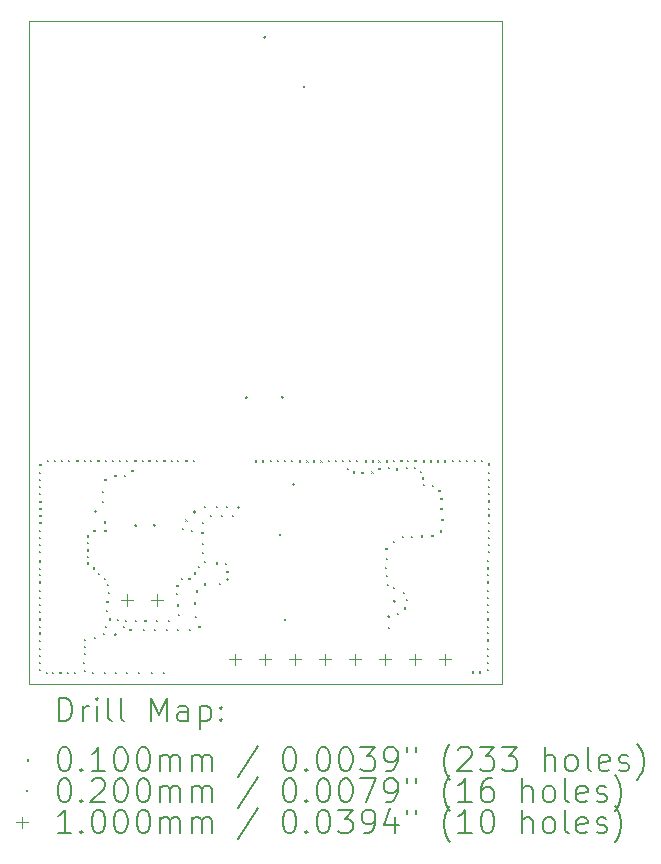
<source format=gbr>
%TF.GenerationSoftware,KiCad,Pcbnew,7.0.9*%
%TF.CreationDate,2024-04-20T19:13:10+02:00*%
%TF.ProjectId,NFC_Programmer,4e46435f-5072-46f6-9772-616d6d65722e,3.0*%
%TF.SameCoordinates,Original*%
%TF.FileFunction,Drillmap*%
%TF.FilePolarity,Positive*%
%FSLAX45Y45*%
G04 Gerber Fmt 4.5, Leading zero omitted, Abs format (unit mm)*
G04 Created by KiCad (PCBNEW 7.0.9) date 2024-04-20 19:13:10*
%MOMM*%
%LPD*%
G01*
G04 APERTURE LIST*
%ADD10C,0.100000*%
%ADD11C,0.200000*%
G04 APERTURE END LIST*
D10*
X16025000Y-11016024D02*
X15869000Y-11016024D01*
X12022000Y-11016024D01*
X12022000Y-5406024D01*
X16025000Y-5406024D01*
X16025000Y-11016024D01*
D11*
D10*
X12107000Y-10219000D02*
X12117000Y-10229000D01*
X12117000Y-10219000D02*
X12107000Y-10229000D01*
X12107000Y-10280000D02*
X12117000Y-10290000D01*
X12117000Y-10280000D02*
X12107000Y-10290000D01*
X12107000Y-10337000D02*
X12117000Y-10347000D01*
X12117000Y-10337000D02*
X12107000Y-10347000D01*
X12107000Y-10398000D02*
X12117000Y-10408000D01*
X12117000Y-10398000D02*
X12107000Y-10408000D01*
X12107000Y-10711000D02*
X12117000Y-10721000D01*
X12117000Y-10711000D02*
X12107000Y-10721000D01*
X12107000Y-10772000D02*
X12117000Y-10782000D01*
X12117000Y-10772000D02*
X12107000Y-10782000D01*
X12107000Y-10829000D02*
X12117000Y-10839000D01*
X12117000Y-10829000D02*
X12107000Y-10839000D01*
X12107000Y-10890000D02*
X12117000Y-10900000D01*
X12117000Y-10890000D02*
X12107000Y-10900000D01*
X12108000Y-9970000D02*
X12118000Y-9980000D01*
X12118000Y-9970000D02*
X12108000Y-9980000D01*
X12108000Y-10031000D02*
X12118000Y-10041000D01*
X12118000Y-10031000D02*
X12108000Y-10041000D01*
X12108000Y-10088000D02*
X12118000Y-10098000D01*
X12118000Y-10088000D02*
X12108000Y-10098000D01*
X12108000Y-10149000D02*
X12118000Y-10159000D01*
X12118000Y-10149000D02*
X12108000Y-10159000D01*
X12108000Y-10462000D02*
X12118000Y-10472000D01*
X12118000Y-10462000D02*
X12108000Y-10472000D01*
X12108000Y-10523000D02*
X12118000Y-10533000D01*
X12118000Y-10523000D02*
X12108000Y-10533000D01*
X12108000Y-10580000D02*
X12118000Y-10590000D01*
X12118000Y-10580000D02*
X12108000Y-10590000D01*
X12108000Y-10641000D02*
X12118000Y-10651000D01*
X12118000Y-10641000D02*
X12108000Y-10651000D01*
X12111000Y-9221000D02*
X12121000Y-9231000D01*
X12121000Y-9221000D02*
X12111000Y-9231000D01*
X12111000Y-9282000D02*
X12121000Y-9292000D01*
X12121000Y-9282000D02*
X12111000Y-9292000D01*
X12111000Y-9339000D02*
X12121000Y-9349000D01*
X12121000Y-9339000D02*
X12111000Y-9349000D01*
X12111000Y-9400000D02*
X12121000Y-9410000D01*
X12121000Y-9400000D02*
X12111000Y-9410000D01*
X12111000Y-9713000D02*
X12121000Y-9723000D01*
X12121000Y-9713000D02*
X12111000Y-9723000D01*
X12111000Y-9774000D02*
X12121000Y-9784000D01*
X12121000Y-9774000D02*
X12111000Y-9784000D01*
X12111000Y-9831000D02*
X12121000Y-9841000D01*
X12121000Y-9831000D02*
X12111000Y-9841000D01*
X12111000Y-9892000D02*
X12121000Y-9902000D01*
X12121000Y-9892000D02*
X12111000Y-9902000D01*
X12112000Y-9151000D02*
X12122000Y-9161000D01*
X12122000Y-9151000D02*
X12112000Y-9161000D01*
X12112000Y-9464000D02*
X12122000Y-9474000D01*
X12122000Y-9464000D02*
X12112000Y-9474000D01*
X12112000Y-9525000D02*
X12122000Y-9535000D01*
X12122000Y-9525000D02*
X12112000Y-9535000D01*
X12112000Y-9582000D02*
X12122000Y-9592000D01*
X12122000Y-9582000D02*
X12112000Y-9592000D01*
X12112000Y-9643000D02*
X12122000Y-9653000D01*
X12122000Y-9643000D02*
X12112000Y-9653000D01*
X12164000Y-10914000D02*
X12174000Y-10924000D01*
X12174000Y-10914000D02*
X12164000Y-10924000D01*
X12176000Y-9119000D02*
X12186000Y-9129000D01*
X12186000Y-9119000D02*
X12176000Y-9129000D01*
X12221000Y-10914000D02*
X12231000Y-10924000D01*
X12231000Y-10914000D02*
X12221000Y-10924000D01*
X12237000Y-9119000D02*
X12247000Y-9129000D01*
X12247000Y-9119000D02*
X12237000Y-9129000D01*
X12282000Y-10914000D02*
X12292000Y-10924000D01*
X12292000Y-10914000D02*
X12282000Y-10924000D01*
X12294000Y-9119000D02*
X12304000Y-9129000D01*
X12304000Y-9119000D02*
X12294000Y-9129000D01*
X12346000Y-10913000D02*
X12356000Y-10923000D01*
X12356000Y-10913000D02*
X12346000Y-10923000D01*
X12355000Y-9119000D02*
X12365000Y-9129000D01*
X12365000Y-9119000D02*
X12355000Y-9129000D01*
X12407000Y-10913000D02*
X12417000Y-10923000D01*
X12417000Y-10913000D02*
X12407000Y-10923000D01*
X12425000Y-9120000D02*
X12435000Y-9130000D01*
X12435000Y-9120000D02*
X12425000Y-9130000D01*
X12481000Y-10833000D02*
X12491000Y-10843000D01*
X12491000Y-10833000D02*
X12481000Y-10843000D01*
X12486000Y-9120000D02*
X12496000Y-9130000D01*
X12496000Y-9120000D02*
X12486000Y-9130000D01*
X12486000Y-10636000D02*
X12496000Y-10646000D01*
X12496000Y-10636000D02*
X12486000Y-10646000D01*
X12486000Y-10693000D02*
X12496000Y-10703000D01*
X12496000Y-10693000D02*
X12486000Y-10703000D01*
X12486000Y-10754000D02*
X12496000Y-10764000D01*
X12496000Y-10754000D02*
X12486000Y-10764000D01*
X12488000Y-10895000D02*
X12498000Y-10905000D01*
X12498000Y-10895000D02*
X12488000Y-10905000D01*
X12514000Y-9759000D02*
X12524000Y-9769000D01*
X12524000Y-9759000D02*
X12514000Y-9769000D01*
X12514000Y-9816000D02*
X12524000Y-9826000D01*
X12524000Y-9816000D02*
X12514000Y-9826000D01*
X12514000Y-9877000D02*
X12524000Y-9887000D01*
X12524000Y-9877000D02*
X12514000Y-9887000D01*
X12514000Y-9931000D02*
X12524000Y-9941000D01*
X12524000Y-9931000D02*
X12514000Y-9941000D01*
X12514000Y-9988000D02*
X12524000Y-9998000D01*
X12524000Y-9988000D02*
X12514000Y-9998000D01*
X12543000Y-9120000D02*
X12553000Y-9130000D01*
X12553000Y-9120000D02*
X12543000Y-9130000D01*
X12559000Y-10916000D02*
X12569000Y-10926000D01*
X12569000Y-10916000D02*
X12559000Y-10926000D01*
X12562000Y-10030000D02*
X12572000Y-10040000D01*
X12572000Y-10030000D02*
X12562000Y-10040000D01*
X12569000Y-9713000D02*
X12579000Y-9723000D01*
X12579000Y-9713000D02*
X12569000Y-9723000D01*
X12571000Y-10615000D02*
X12581000Y-10625000D01*
X12581000Y-10615000D02*
X12571000Y-10625000D01*
X12604000Y-9120000D02*
X12614000Y-9130000D01*
X12614000Y-9120000D02*
X12604000Y-9130000D01*
X12608000Y-10074000D02*
X12618000Y-10084000D01*
X12618000Y-10074000D02*
X12608000Y-10084000D01*
X12639000Y-9379000D02*
X12649000Y-9389000D01*
X12649000Y-9379000D02*
X12639000Y-9389000D01*
X12641000Y-9465000D02*
X12651000Y-9475000D01*
X12651000Y-9465000D02*
X12641000Y-9475000D01*
X12649000Y-10582000D02*
X12659000Y-10592000D01*
X12659000Y-10582000D02*
X12649000Y-10592000D01*
X12656000Y-9641000D02*
X12666000Y-9651000D01*
X12666000Y-9641000D02*
X12656000Y-9651000D01*
X12656000Y-10116000D02*
X12666000Y-10126000D01*
X12666000Y-10116000D02*
X12656000Y-10126000D01*
X12656000Y-10914000D02*
X12666000Y-10924000D01*
X12666000Y-10914000D02*
X12656000Y-10924000D01*
X12662000Y-9282000D02*
X12672000Y-9292000D01*
X12672000Y-9282000D02*
X12662000Y-9292000D01*
X12662000Y-9711000D02*
X12672000Y-9721000D01*
X12672000Y-9711000D02*
X12662000Y-9721000D01*
X12665000Y-10525000D02*
X12675000Y-10535000D01*
X12675000Y-10525000D02*
X12665000Y-10535000D01*
X12668000Y-9119000D02*
X12678000Y-9129000D01*
X12678000Y-9119000D02*
X12668000Y-9129000D01*
X12677000Y-10387000D02*
X12687000Y-10397000D01*
X12687000Y-10387000D02*
X12677000Y-10397000D01*
X12679000Y-10313000D02*
X12689000Y-10323000D01*
X12689000Y-10313000D02*
X12679000Y-10323000D01*
X12686000Y-10171000D02*
X12696000Y-10181000D01*
X12696000Y-10171000D02*
X12686000Y-10181000D01*
X12692000Y-10237024D02*
X12702000Y-10247024D01*
X12702000Y-10237024D02*
X12692000Y-10247024D01*
X12700000Y-10462000D02*
X12710000Y-10472000D01*
X12710000Y-10462000D02*
X12700000Y-10472000D01*
X12729000Y-9119000D02*
X12739000Y-9129000D01*
X12739000Y-9119000D02*
X12729000Y-9129000D01*
X12747000Y-9245000D02*
X12757000Y-9255000D01*
X12757000Y-9245000D02*
X12747000Y-9255000D01*
X12749000Y-10914000D02*
X12759000Y-10924000D01*
X12759000Y-10914000D02*
X12749000Y-10924000D01*
X12767000Y-10467000D02*
X12777000Y-10477000D01*
X12777000Y-10467000D02*
X12767000Y-10477000D01*
X12786000Y-9119000D02*
X12796000Y-9129000D01*
X12796000Y-9119000D02*
X12786000Y-9129000D01*
X12820000Y-10527000D02*
X12830000Y-10537000D01*
X12830000Y-10527000D02*
X12820000Y-10537000D01*
X12828000Y-9250000D02*
X12838000Y-9260000D01*
X12838000Y-9250000D02*
X12828000Y-9260000D01*
X12836000Y-10472000D02*
X12846000Y-10482000D01*
X12846000Y-10472000D02*
X12836000Y-10482000D01*
X12847000Y-9119000D02*
X12857000Y-9129000D01*
X12857000Y-9119000D02*
X12847000Y-9129000D01*
X12847000Y-10914000D02*
X12857000Y-10924000D01*
X12857000Y-10914000D02*
X12847000Y-10924000D01*
X12875000Y-10552000D02*
X12885000Y-10562000D01*
X12885000Y-10552000D02*
X12875000Y-10562000D01*
X12892000Y-9203000D02*
X12902000Y-9213000D01*
X12902000Y-9203000D02*
X12892000Y-9213000D01*
X12917000Y-9120000D02*
X12927000Y-9130000D01*
X12927000Y-9120000D02*
X12917000Y-9130000D01*
X12923000Y-10471024D02*
X12933000Y-10481024D01*
X12933000Y-10471024D02*
X12923000Y-10481024D01*
X12943000Y-10913000D02*
X12953000Y-10923000D01*
X12953000Y-10913000D02*
X12943000Y-10923000D01*
X12978000Y-9120000D02*
X12988000Y-9130000D01*
X12988000Y-9120000D02*
X12978000Y-9130000D01*
X12989000Y-10552000D02*
X12999000Y-10562000D01*
X12999000Y-10552000D02*
X12989000Y-10562000D01*
X13002000Y-10476024D02*
X13012000Y-10486024D01*
X13012000Y-10476024D02*
X13002000Y-10486024D01*
X13035000Y-9120000D02*
X13045000Y-9130000D01*
X13045000Y-9120000D02*
X13035000Y-9130000D01*
X13055000Y-10914000D02*
X13065000Y-10924000D01*
X13065000Y-10914000D02*
X13055000Y-10924000D01*
X13082000Y-10552000D02*
X13092000Y-10562000D01*
X13092000Y-10552000D02*
X13082000Y-10562000D01*
X13096000Y-9120000D02*
X13106000Y-9130000D01*
X13106000Y-9120000D02*
X13096000Y-9130000D01*
X13099000Y-10476024D02*
X13109000Y-10486024D01*
X13109000Y-10476024D02*
X13099000Y-10486024D01*
X13159000Y-10914000D02*
X13169000Y-10924000D01*
X13169000Y-10914000D02*
X13159000Y-10924000D01*
X13162000Y-9119000D02*
X13172000Y-9129000D01*
X13172000Y-9119000D02*
X13162000Y-9129000D01*
X13182000Y-10550000D02*
X13192000Y-10560000D01*
X13192000Y-10550000D02*
X13182000Y-10560000D01*
X13203000Y-10474024D02*
X13213000Y-10484024D01*
X13213000Y-10474024D02*
X13203000Y-10484024D01*
X13223000Y-9119000D02*
X13233000Y-9129000D01*
X13233000Y-9119000D02*
X13223000Y-9129000D01*
X13271000Y-10247024D02*
X13281000Y-10257024D01*
X13281000Y-10247024D02*
X13271000Y-10257024D01*
X13273000Y-10180024D02*
X13283000Y-10190024D01*
X13283000Y-10180024D02*
X13273000Y-10190024D01*
X13274000Y-10343024D02*
X13284000Y-10353024D01*
X13284000Y-10343024D02*
X13274000Y-10353024D01*
X13277000Y-10550000D02*
X13287000Y-10560000D01*
X13287000Y-10550000D02*
X13277000Y-10560000D01*
X13280000Y-9119000D02*
X13290000Y-9129000D01*
X13290000Y-9119000D02*
X13280000Y-9129000D01*
X13282000Y-10426024D02*
X13292000Y-10436024D01*
X13292000Y-10426024D02*
X13282000Y-10436024D01*
X13308000Y-10121000D02*
X13318000Y-10131000D01*
X13318000Y-10121000D02*
X13308000Y-10131000D01*
X13316000Y-9694000D02*
X13326000Y-9704000D01*
X13326000Y-9694000D02*
X13316000Y-9704000D01*
X13348000Y-9623000D02*
X13358000Y-9633000D01*
X13358000Y-9623000D02*
X13348000Y-9633000D01*
X13349000Y-9119000D02*
X13359000Y-9129000D01*
X13359000Y-9119000D02*
X13349000Y-9129000D01*
X13374000Y-10119000D02*
X13384000Y-10129000D01*
X13384000Y-10119000D02*
X13374000Y-10129000D01*
X13379000Y-10549000D02*
X13389000Y-10559000D01*
X13389000Y-10549000D02*
X13379000Y-10559000D01*
X13393000Y-9714000D02*
X13403000Y-9724000D01*
X13403000Y-9714000D02*
X13393000Y-9724000D01*
X13410000Y-9119000D02*
X13420000Y-9129000D01*
X13420000Y-9119000D02*
X13410000Y-9129000D01*
X13420000Y-10072000D02*
X13430000Y-10082000D01*
X13430000Y-10072000D02*
X13420000Y-10082000D01*
X13421000Y-10326000D02*
X13431000Y-10336000D01*
X13431000Y-10326000D02*
X13421000Y-10336000D01*
X13426000Y-10439000D02*
X13436000Y-10449000D01*
X13436000Y-10439000D02*
X13426000Y-10449000D01*
X13437000Y-10225000D02*
X13447000Y-10235000D01*
X13447000Y-10225000D02*
X13437000Y-10235000D01*
X13454000Y-10019000D02*
X13464000Y-10029000D01*
X13464000Y-10019000D02*
X13454000Y-10029000D01*
X13458000Y-10527000D02*
X13468000Y-10537000D01*
X13468000Y-10527000D02*
X13458000Y-10537000D01*
X13484000Y-9728000D02*
X13494000Y-9738000D01*
X13494000Y-9728000D02*
X13484000Y-9738000D01*
X13490000Y-9643000D02*
X13500000Y-9653000D01*
X13500000Y-9643000D02*
X13490000Y-9653000D01*
X13490000Y-9819000D02*
X13500000Y-9829000D01*
X13500000Y-9819000D02*
X13490000Y-9829000D01*
X13491000Y-9900000D02*
X13501000Y-9910000D01*
X13501000Y-9900000D02*
X13491000Y-9910000D01*
X13502789Y-9512435D02*
X13512789Y-9522435D01*
X13512789Y-9512435D02*
X13502789Y-9522435D01*
X13506000Y-10165000D02*
X13516000Y-10175000D01*
X13516000Y-10165000D02*
X13506000Y-10175000D01*
X13507000Y-9972000D02*
X13517000Y-9982000D01*
X13517000Y-9972000D02*
X13507000Y-9982000D01*
X13557000Y-9584000D02*
X13567000Y-9594000D01*
X13567000Y-9584000D02*
X13557000Y-9594000D01*
X13605000Y-9509000D02*
X13615000Y-9519000D01*
X13615000Y-9509000D02*
X13605000Y-9519000D01*
X13605000Y-9987000D02*
X13615000Y-9997000D01*
X13615000Y-9987000D02*
X13605000Y-9997000D01*
X13629000Y-10163000D02*
X13639000Y-10173000D01*
X13639000Y-10163000D02*
X13629000Y-10173000D01*
X13649000Y-9582000D02*
X13659000Y-9592000D01*
X13659000Y-9582000D02*
X13649000Y-9592000D01*
X13686000Y-9989000D02*
X13696000Y-9999000D01*
X13696000Y-9989000D02*
X13686000Y-9999000D01*
X13693000Y-9506000D02*
X13703000Y-9516000D01*
X13703000Y-9506000D02*
X13693000Y-9516000D01*
X13695000Y-10060000D02*
X13705000Y-10070000D01*
X13705000Y-10060000D02*
X13695000Y-10070000D01*
X13740000Y-9588000D02*
X13750000Y-9598000D01*
X13750000Y-9588000D02*
X13740000Y-9598000D01*
X13936000Y-9124000D02*
X13946000Y-9134000D01*
X13946000Y-9124000D02*
X13936000Y-9134000D01*
X13997000Y-9124000D02*
X14007000Y-9134000D01*
X14007000Y-9124000D02*
X13997000Y-9134000D01*
X14063000Y-9123000D02*
X14073000Y-9133000D01*
X14073000Y-9123000D02*
X14063000Y-9133000D01*
X14124000Y-9123000D02*
X14134000Y-9133000D01*
X14134000Y-9123000D02*
X14124000Y-9133000D01*
X14181000Y-9123000D02*
X14191000Y-9133000D01*
X14191000Y-9123000D02*
X14181000Y-9133000D01*
X14242000Y-9123000D02*
X14252000Y-9133000D01*
X14252000Y-9123000D02*
X14242000Y-9133000D01*
X14312000Y-9124000D02*
X14322000Y-9134000D01*
X14322000Y-9124000D02*
X14312000Y-9134000D01*
X14373000Y-9124000D02*
X14383000Y-9134000D01*
X14383000Y-9124000D02*
X14373000Y-9134000D01*
X14430000Y-9124000D02*
X14440000Y-9134000D01*
X14440000Y-9124000D02*
X14430000Y-9134000D01*
X14491000Y-9124000D02*
X14501000Y-9134000D01*
X14501000Y-9124000D02*
X14491000Y-9134000D01*
X14555000Y-9123000D02*
X14565000Y-9133000D01*
X14565000Y-9123000D02*
X14555000Y-9133000D01*
X14616000Y-9123000D02*
X14626000Y-9133000D01*
X14626000Y-9123000D02*
X14616000Y-9133000D01*
X14677000Y-9123000D02*
X14687000Y-9133000D01*
X14687000Y-9123000D02*
X14677000Y-9133000D01*
X14715000Y-9185000D02*
X14725000Y-9195000D01*
X14725000Y-9185000D02*
X14715000Y-9195000D01*
X14734000Y-9123000D02*
X14744000Y-9133000D01*
X14744000Y-9123000D02*
X14734000Y-9133000D01*
X14765110Y-9217195D02*
X14775110Y-9227195D01*
X14775110Y-9217195D02*
X14765110Y-9227195D01*
X14795000Y-9123000D02*
X14805000Y-9133000D01*
X14805000Y-9123000D02*
X14795000Y-9133000D01*
X14839000Y-9218000D02*
X14849000Y-9228000D01*
X14849000Y-9218000D02*
X14839000Y-9228000D01*
X14865000Y-9124000D02*
X14875000Y-9134000D01*
X14875000Y-9124000D02*
X14865000Y-9134000D01*
X14923000Y-9217000D02*
X14933000Y-9227000D01*
X14933000Y-9217000D02*
X14923000Y-9227000D01*
X14926000Y-9124000D02*
X14936000Y-9134000D01*
X14936000Y-9124000D02*
X14926000Y-9134000D01*
X14983000Y-9124000D02*
X14993000Y-9134000D01*
X14993000Y-9124000D02*
X14983000Y-9134000D01*
X14983000Y-9184000D02*
X14993000Y-9194000D01*
X14993000Y-9184000D02*
X14983000Y-9194000D01*
X15041000Y-10025000D02*
X15051000Y-10035000D01*
X15051000Y-10025000D02*
X15041000Y-10035000D01*
X15042000Y-9863000D02*
X15052000Y-9873000D01*
X15052000Y-9863000D02*
X15042000Y-9873000D01*
X15043000Y-9946000D02*
X15053000Y-9956000D01*
X15053000Y-9946000D02*
X15043000Y-9956000D01*
X15044000Y-9124000D02*
X15054000Y-9134000D01*
X15054000Y-9124000D02*
X15044000Y-9134000D01*
X15048000Y-10091000D02*
X15058000Y-10101000D01*
X15058000Y-10091000D02*
X15048000Y-10101000D01*
X15052000Y-10170000D02*
X15062000Y-10180000D01*
X15062000Y-10170000D02*
X15052000Y-10180000D01*
X15063000Y-10535000D02*
X15073000Y-10545000D01*
X15073000Y-10535000D02*
X15063000Y-10545000D01*
X15064000Y-9176000D02*
X15074000Y-9186000D01*
X15074000Y-9176000D02*
X15064000Y-9186000D01*
X15102000Y-9806000D02*
X15112000Y-9816000D01*
X15112000Y-9806000D02*
X15102000Y-9816000D01*
X15107446Y-10196020D02*
X15117446Y-10206020D01*
X15117446Y-10196020D02*
X15107446Y-10206020D01*
X15108000Y-9123000D02*
X15118000Y-9133000D01*
X15118000Y-9123000D02*
X15108000Y-9133000D01*
X15131434Y-9192000D02*
X15141434Y-9202000D01*
X15141434Y-9192000D02*
X15131434Y-9202000D01*
X15141000Y-10417000D02*
X15151000Y-10427000D01*
X15151000Y-10417000D02*
X15141000Y-10427000D01*
X15169000Y-9123000D02*
X15179000Y-9133000D01*
X15179000Y-9123000D02*
X15169000Y-9133000D01*
X15184000Y-9760000D02*
X15194000Y-9770000D01*
X15194000Y-9760000D02*
X15184000Y-9770000D01*
X15186761Y-10236155D02*
X15196761Y-10246155D01*
X15196761Y-10236155D02*
X15186761Y-10246155D01*
X15201000Y-10369000D02*
X15211000Y-10379000D01*
X15211000Y-10369000D02*
X15201000Y-10379000D01*
X15212000Y-9177000D02*
X15222000Y-9187000D01*
X15222000Y-9177000D02*
X15212000Y-9187000D01*
X15217000Y-10297000D02*
X15227000Y-10307000D01*
X15227000Y-10297000D02*
X15217000Y-10307000D01*
X15226000Y-9123000D02*
X15236000Y-9133000D01*
X15236000Y-9123000D02*
X15226000Y-9133000D01*
X15261000Y-9762000D02*
X15271000Y-9772000D01*
X15271000Y-9762000D02*
X15261000Y-9772000D01*
X15282000Y-9182000D02*
X15292000Y-9192000D01*
X15292000Y-9182000D02*
X15282000Y-9192000D01*
X15287000Y-9123000D02*
X15297000Y-9133000D01*
X15297000Y-9123000D02*
X15287000Y-9133000D01*
X15337000Y-9214000D02*
X15347000Y-9224000D01*
X15347000Y-9214000D02*
X15337000Y-9224000D01*
X15340000Y-9759000D02*
X15350000Y-9769000D01*
X15350000Y-9759000D02*
X15340000Y-9769000D01*
X15349000Y-9268000D02*
X15359000Y-9278000D01*
X15359000Y-9268000D02*
X15349000Y-9278000D01*
X15356000Y-9321000D02*
X15366000Y-9331000D01*
X15366000Y-9321000D02*
X15356000Y-9331000D01*
X15357000Y-9124000D02*
X15367000Y-9134000D01*
X15367000Y-9124000D02*
X15357000Y-9134000D01*
X15418000Y-9124000D02*
X15428000Y-9134000D01*
X15428000Y-9124000D02*
X15418000Y-9134000D01*
X15432000Y-9753000D02*
X15442000Y-9763000D01*
X15442000Y-9753000D02*
X15432000Y-9763000D01*
X15434000Y-9332000D02*
X15444000Y-9342000D01*
X15444000Y-9332000D02*
X15434000Y-9342000D01*
X15475000Y-9124000D02*
X15485000Y-9134000D01*
X15485000Y-9124000D02*
X15475000Y-9134000D01*
X15491000Y-9373000D02*
X15501000Y-9383000D01*
X15501000Y-9373000D02*
X15491000Y-9383000D01*
X15500000Y-9717000D02*
X15510000Y-9727000D01*
X15510000Y-9717000D02*
X15500000Y-9727000D01*
X15508000Y-9440000D02*
X15518000Y-9450000D01*
X15518000Y-9440000D02*
X15508000Y-9450000D01*
X15508000Y-9524000D02*
X15518000Y-9534000D01*
X15518000Y-9524000D02*
X15508000Y-9534000D01*
X15516000Y-9621000D02*
X15526000Y-9631000D01*
X15526000Y-9621000D02*
X15516000Y-9631000D01*
X15536000Y-9124000D02*
X15546000Y-9134000D01*
X15546000Y-9124000D02*
X15536000Y-9134000D01*
X15602000Y-9123000D02*
X15612000Y-9133000D01*
X15612000Y-9123000D02*
X15602000Y-9133000D01*
X15663000Y-9123000D02*
X15673000Y-9133000D01*
X15673000Y-9123000D02*
X15663000Y-9133000D01*
X15720000Y-9123000D02*
X15730000Y-9133000D01*
X15730000Y-9123000D02*
X15720000Y-9133000D01*
X15777000Y-10910000D02*
X15787000Y-10920000D01*
X15787000Y-10910000D02*
X15777000Y-10920000D01*
X15789000Y-9123000D02*
X15799000Y-9133000D01*
X15799000Y-9123000D02*
X15789000Y-9133000D01*
X15834000Y-10910000D02*
X15844000Y-10920000D01*
X15844000Y-10910000D02*
X15834000Y-10920000D01*
X15850000Y-9123000D02*
X15860000Y-9133000D01*
X15860000Y-9123000D02*
X15850000Y-9133000D01*
X15903000Y-10218000D02*
X15913000Y-10228000D01*
X15913000Y-10218000D02*
X15903000Y-10228000D01*
X15903000Y-10279000D02*
X15913000Y-10289000D01*
X15913000Y-10279000D02*
X15903000Y-10289000D01*
X15903000Y-10336000D02*
X15913000Y-10346000D01*
X15913000Y-10336000D02*
X15903000Y-10346000D01*
X15903000Y-10397000D02*
X15913000Y-10407000D01*
X15913000Y-10397000D02*
X15903000Y-10407000D01*
X15903000Y-10710000D02*
X15913000Y-10720000D01*
X15913000Y-10710000D02*
X15903000Y-10720000D01*
X15903000Y-10771000D02*
X15913000Y-10781000D01*
X15913000Y-10771000D02*
X15903000Y-10781000D01*
X15903000Y-10828000D02*
X15913000Y-10838000D01*
X15913000Y-10828000D02*
X15903000Y-10838000D01*
X15903000Y-10889000D02*
X15913000Y-10899000D01*
X15913000Y-10889000D02*
X15903000Y-10899000D01*
X15904000Y-9969000D02*
X15914000Y-9979000D01*
X15914000Y-9969000D02*
X15904000Y-9979000D01*
X15904000Y-10030000D02*
X15914000Y-10040000D01*
X15914000Y-10030000D02*
X15904000Y-10040000D01*
X15904000Y-10087000D02*
X15914000Y-10097000D01*
X15914000Y-10087000D02*
X15904000Y-10097000D01*
X15904000Y-10148000D02*
X15914000Y-10158000D01*
X15914000Y-10148000D02*
X15904000Y-10158000D01*
X15904000Y-10461000D02*
X15914000Y-10471000D01*
X15914000Y-10461000D02*
X15904000Y-10471000D01*
X15904000Y-10522000D02*
X15914000Y-10532000D01*
X15914000Y-10522000D02*
X15904000Y-10532000D01*
X15904000Y-10579000D02*
X15914000Y-10589000D01*
X15914000Y-10579000D02*
X15904000Y-10589000D01*
X15904000Y-10640000D02*
X15914000Y-10650000D01*
X15914000Y-10640000D02*
X15904000Y-10650000D01*
X15907000Y-9220000D02*
X15917000Y-9230000D01*
X15917000Y-9220000D02*
X15907000Y-9230000D01*
X15907000Y-9281000D02*
X15917000Y-9291000D01*
X15917000Y-9281000D02*
X15907000Y-9291000D01*
X15907000Y-9338000D02*
X15917000Y-9348000D01*
X15917000Y-9338000D02*
X15907000Y-9348000D01*
X15907000Y-9399000D02*
X15917000Y-9409000D01*
X15917000Y-9399000D02*
X15907000Y-9409000D01*
X15907000Y-9712000D02*
X15917000Y-9722000D01*
X15917000Y-9712000D02*
X15907000Y-9722000D01*
X15907000Y-9773000D02*
X15917000Y-9783000D01*
X15917000Y-9773000D02*
X15907000Y-9783000D01*
X15907000Y-9830000D02*
X15917000Y-9840000D01*
X15917000Y-9830000D02*
X15907000Y-9840000D01*
X15907000Y-9891000D02*
X15917000Y-9901000D01*
X15917000Y-9891000D02*
X15907000Y-9901000D01*
X15908000Y-9150000D02*
X15918000Y-9160000D01*
X15918000Y-9150000D02*
X15908000Y-9160000D01*
X15908000Y-9463000D02*
X15918000Y-9473000D01*
X15918000Y-9463000D02*
X15908000Y-9473000D01*
X15908000Y-9524000D02*
X15918000Y-9534000D01*
X15918000Y-9524000D02*
X15908000Y-9534000D01*
X15908000Y-9581000D02*
X15918000Y-9591000D01*
X15918000Y-9581000D02*
X15908000Y-9591000D01*
X15908000Y-9642000D02*
X15918000Y-9652000D01*
X15918000Y-9642000D02*
X15908000Y-9652000D01*
X12597000Y-9556000D02*
G75*
G03*
X12597000Y-9556000I-10000J0D01*
G01*
X12765000Y-10599000D02*
G75*
G03*
X12765000Y-10599000I-10000J0D01*
G01*
X12938000Y-9677000D02*
G75*
G03*
X12938000Y-9677000I-10000J0D01*
G01*
X13095000Y-9674000D02*
G75*
G03*
X13095000Y-9674000I-10000J0D01*
G01*
X13435158Y-9560158D02*
G75*
G03*
X13435158Y-9560158I-10000J0D01*
G01*
X13715000Y-10133000D02*
G75*
G03*
X13715000Y-10133000I-10000J0D01*
G01*
X13809000Y-9523000D02*
G75*
G03*
X13809000Y-9523000I-10000J0D01*
G01*
X13872000Y-8593000D02*
G75*
G03*
X13872000Y-8593000I-10000J0D01*
G01*
X14030000Y-5540000D02*
G75*
G03*
X14030000Y-5540000I-10000J0D01*
G01*
X14160000Y-9757000D02*
G75*
G03*
X14160000Y-9757000I-10000J0D01*
G01*
X14178000Y-8591000D02*
G75*
G03*
X14178000Y-8591000I-10000J0D01*
G01*
X14201000Y-10476000D02*
G75*
G03*
X14201000Y-10476000I-10000J0D01*
G01*
X14272000Y-9328000D02*
G75*
G03*
X14272000Y-9328000I-10000J0D01*
G01*
X14363000Y-5960000D02*
G75*
G03*
X14363000Y-5960000I-10000J0D01*
G01*
X15080000Y-10448000D02*
G75*
G03*
X15080000Y-10448000I-10000J0D01*
G01*
X15126000Y-10318000D02*
G75*
G03*
X15126000Y-10318000I-10000J0D01*
G01*
X12853000Y-10256000D02*
X12853000Y-10356000D01*
X12803000Y-10306000D02*
X12903000Y-10306000D01*
X13107000Y-10256000D02*
X13107000Y-10356000D01*
X13057000Y-10306000D02*
X13157000Y-10306000D01*
X13766000Y-10759000D02*
X13766000Y-10859000D01*
X13716000Y-10809000D02*
X13816000Y-10809000D01*
X14020000Y-10759000D02*
X14020000Y-10859000D01*
X13970000Y-10809000D02*
X14070000Y-10809000D01*
X14274000Y-10759000D02*
X14274000Y-10859000D01*
X14224000Y-10809000D02*
X14324000Y-10809000D01*
X14528000Y-10759000D02*
X14528000Y-10859000D01*
X14478000Y-10809000D02*
X14578000Y-10809000D01*
X14782000Y-10759000D02*
X14782000Y-10859000D01*
X14732000Y-10809000D02*
X14832000Y-10809000D01*
X15036000Y-10759000D02*
X15036000Y-10859000D01*
X14986000Y-10809000D02*
X15086000Y-10809000D01*
X15290000Y-10759000D02*
X15290000Y-10859000D01*
X15240000Y-10809000D02*
X15340000Y-10809000D01*
X15544000Y-10759000D02*
X15544000Y-10859000D01*
X15494000Y-10809000D02*
X15594000Y-10809000D01*
D11*
X12277777Y-11332507D02*
X12277777Y-11132508D01*
X12277777Y-11132508D02*
X12325396Y-11132508D01*
X12325396Y-11132508D02*
X12353967Y-11142031D01*
X12353967Y-11142031D02*
X12373015Y-11161079D01*
X12373015Y-11161079D02*
X12382539Y-11180127D01*
X12382539Y-11180127D02*
X12392062Y-11218222D01*
X12392062Y-11218222D02*
X12392062Y-11246793D01*
X12392062Y-11246793D02*
X12382539Y-11284888D01*
X12382539Y-11284888D02*
X12373015Y-11303936D01*
X12373015Y-11303936D02*
X12353967Y-11322984D01*
X12353967Y-11322984D02*
X12325396Y-11332507D01*
X12325396Y-11332507D02*
X12277777Y-11332507D01*
X12477777Y-11332507D02*
X12477777Y-11199174D01*
X12477777Y-11237269D02*
X12487301Y-11218222D01*
X12487301Y-11218222D02*
X12496824Y-11208698D01*
X12496824Y-11208698D02*
X12515872Y-11199174D01*
X12515872Y-11199174D02*
X12534920Y-11199174D01*
X12601586Y-11332507D02*
X12601586Y-11199174D01*
X12601586Y-11132508D02*
X12592062Y-11142031D01*
X12592062Y-11142031D02*
X12601586Y-11151555D01*
X12601586Y-11151555D02*
X12611110Y-11142031D01*
X12611110Y-11142031D02*
X12601586Y-11132508D01*
X12601586Y-11132508D02*
X12601586Y-11151555D01*
X12725396Y-11332507D02*
X12706348Y-11322984D01*
X12706348Y-11322984D02*
X12696824Y-11303936D01*
X12696824Y-11303936D02*
X12696824Y-11132508D01*
X12830158Y-11332507D02*
X12811110Y-11322984D01*
X12811110Y-11322984D02*
X12801586Y-11303936D01*
X12801586Y-11303936D02*
X12801586Y-11132508D01*
X13058729Y-11332507D02*
X13058729Y-11132508D01*
X13058729Y-11132508D02*
X13125396Y-11275365D01*
X13125396Y-11275365D02*
X13192062Y-11132508D01*
X13192062Y-11132508D02*
X13192062Y-11332507D01*
X13373015Y-11332507D02*
X13373015Y-11227746D01*
X13373015Y-11227746D02*
X13363491Y-11208698D01*
X13363491Y-11208698D02*
X13344443Y-11199174D01*
X13344443Y-11199174D02*
X13306348Y-11199174D01*
X13306348Y-11199174D02*
X13287301Y-11208698D01*
X13373015Y-11322984D02*
X13353967Y-11332507D01*
X13353967Y-11332507D02*
X13306348Y-11332507D01*
X13306348Y-11332507D02*
X13287301Y-11322984D01*
X13287301Y-11322984D02*
X13277777Y-11303936D01*
X13277777Y-11303936D02*
X13277777Y-11284888D01*
X13277777Y-11284888D02*
X13287301Y-11265841D01*
X13287301Y-11265841D02*
X13306348Y-11256317D01*
X13306348Y-11256317D02*
X13353967Y-11256317D01*
X13353967Y-11256317D02*
X13373015Y-11246793D01*
X13468253Y-11199174D02*
X13468253Y-11399174D01*
X13468253Y-11208698D02*
X13487301Y-11199174D01*
X13487301Y-11199174D02*
X13525396Y-11199174D01*
X13525396Y-11199174D02*
X13544443Y-11208698D01*
X13544443Y-11208698D02*
X13553967Y-11218222D01*
X13553967Y-11218222D02*
X13563491Y-11237269D01*
X13563491Y-11237269D02*
X13563491Y-11294412D01*
X13563491Y-11294412D02*
X13553967Y-11313460D01*
X13553967Y-11313460D02*
X13544443Y-11322984D01*
X13544443Y-11322984D02*
X13525396Y-11332507D01*
X13525396Y-11332507D02*
X13487301Y-11332507D01*
X13487301Y-11332507D02*
X13468253Y-11322984D01*
X13649205Y-11313460D02*
X13658729Y-11322984D01*
X13658729Y-11322984D02*
X13649205Y-11332507D01*
X13649205Y-11332507D02*
X13639682Y-11322984D01*
X13639682Y-11322984D02*
X13649205Y-11313460D01*
X13649205Y-11313460D02*
X13649205Y-11332507D01*
X13649205Y-11208698D02*
X13658729Y-11218222D01*
X13658729Y-11218222D02*
X13649205Y-11227746D01*
X13649205Y-11227746D02*
X13639682Y-11218222D01*
X13639682Y-11218222D02*
X13649205Y-11208698D01*
X13649205Y-11208698D02*
X13649205Y-11227746D01*
D10*
X12007000Y-11656024D02*
X12017000Y-11666024D01*
X12017000Y-11656024D02*
X12007000Y-11666024D01*
D11*
X12315872Y-11552507D02*
X12334920Y-11552507D01*
X12334920Y-11552507D02*
X12353967Y-11562031D01*
X12353967Y-11562031D02*
X12363491Y-11571555D01*
X12363491Y-11571555D02*
X12373015Y-11590603D01*
X12373015Y-11590603D02*
X12382539Y-11628698D01*
X12382539Y-11628698D02*
X12382539Y-11676317D01*
X12382539Y-11676317D02*
X12373015Y-11714412D01*
X12373015Y-11714412D02*
X12363491Y-11733460D01*
X12363491Y-11733460D02*
X12353967Y-11742984D01*
X12353967Y-11742984D02*
X12334920Y-11752507D01*
X12334920Y-11752507D02*
X12315872Y-11752507D01*
X12315872Y-11752507D02*
X12296824Y-11742984D01*
X12296824Y-11742984D02*
X12287301Y-11733460D01*
X12287301Y-11733460D02*
X12277777Y-11714412D01*
X12277777Y-11714412D02*
X12268253Y-11676317D01*
X12268253Y-11676317D02*
X12268253Y-11628698D01*
X12268253Y-11628698D02*
X12277777Y-11590603D01*
X12277777Y-11590603D02*
X12287301Y-11571555D01*
X12287301Y-11571555D02*
X12296824Y-11562031D01*
X12296824Y-11562031D02*
X12315872Y-11552507D01*
X12468253Y-11733460D02*
X12477777Y-11742984D01*
X12477777Y-11742984D02*
X12468253Y-11752507D01*
X12468253Y-11752507D02*
X12458729Y-11742984D01*
X12458729Y-11742984D02*
X12468253Y-11733460D01*
X12468253Y-11733460D02*
X12468253Y-11752507D01*
X12668253Y-11752507D02*
X12553967Y-11752507D01*
X12611110Y-11752507D02*
X12611110Y-11552507D01*
X12611110Y-11552507D02*
X12592062Y-11581079D01*
X12592062Y-11581079D02*
X12573015Y-11600126D01*
X12573015Y-11600126D02*
X12553967Y-11609650D01*
X12792062Y-11552507D02*
X12811110Y-11552507D01*
X12811110Y-11552507D02*
X12830158Y-11562031D01*
X12830158Y-11562031D02*
X12839682Y-11571555D01*
X12839682Y-11571555D02*
X12849205Y-11590603D01*
X12849205Y-11590603D02*
X12858729Y-11628698D01*
X12858729Y-11628698D02*
X12858729Y-11676317D01*
X12858729Y-11676317D02*
X12849205Y-11714412D01*
X12849205Y-11714412D02*
X12839682Y-11733460D01*
X12839682Y-11733460D02*
X12830158Y-11742984D01*
X12830158Y-11742984D02*
X12811110Y-11752507D01*
X12811110Y-11752507D02*
X12792062Y-11752507D01*
X12792062Y-11752507D02*
X12773015Y-11742984D01*
X12773015Y-11742984D02*
X12763491Y-11733460D01*
X12763491Y-11733460D02*
X12753967Y-11714412D01*
X12753967Y-11714412D02*
X12744443Y-11676317D01*
X12744443Y-11676317D02*
X12744443Y-11628698D01*
X12744443Y-11628698D02*
X12753967Y-11590603D01*
X12753967Y-11590603D02*
X12763491Y-11571555D01*
X12763491Y-11571555D02*
X12773015Y-11562031D01*
X12773015Y-11562031D02*
X12792062Y-11552507D01*
X12982539Y-11552507D02*
X13001586Y-11552507D01*
X13001586Y-11552507D02*
X13020634Y-11562031D01*
X13020634Y-11562031D02*
X13030158Y-11571555D01*
X13030158Y-11571555D02*
X13039682Y-11590603D01*
X13039682Y-11590603D02*
X13049205Y-11628698D01*
X13049205Y-11628698D02*
X13049205Y-11676317D01*
X13049205Y-11676317D02*
X13039682Y-11714412D01*
X13039682Y-11714412D02*
X13030158Y-11733460D01*
X13030158Y-11733460D02*
X13020634Y-11742984D01*
X13020634Y-11742984D02*
X13001586Y-11752507D01*
X13001586Y-11752507D02*
X12982539Y-11752507D01*
X12982539Y-11752507D02*
X12963491Y-11742984D01*
X12963491Y-11742984D02*
X12953967Y-11733460D01*
X12953967Y-11733460D02*
X12944443Y-11714412D01*
X12944443Y-11714412D02*
X12934920Y-11676317D01*
X12934920Y-11676317D02*
X12934920Y-11628698D01*
X12934920Y-11628698D02*
X12944443Y-11590603D01*
X12944443Y-11590603D02*
X12953967Y-11571555D01*
X12953967Y-11571555D02*
X12963491Y-11562031D01*
X12963491Y-11562031D02*
X12982539Y-11552507D01*
X13134920Y-11752507D02*
X13134920Y-11619174D01*
X13134920Y-11638222D02*
X13144443Y-11628698D01*
X13144443Y-11628698D02*
X13163491Y-11619174D01*
X13163491Y-11619174D02*
X13192063Y-11619174D01*
X13192063Y-11619174D02*
X13211110Y-11628698D01*
X13211110Y-11628698D02*
X13220634Y-11647746D01*
X13220634Y-11647746D02*
X13220634Y-11752507D01*
X13220634Y-11647746D02*
X13230158Y-11628698D01*
X13230158Y-11628698D02*
X13249205Y-11619174D01*
X13249205Y-11619174D02*
X13277777Y-11619174D01*
X13277777Y-11619174D02*
X13296824Y-11628698D01*
X13296824Y-11628698D02*
X13306348Y-11647746D01*
X13306348Y-11647746D02*
X13306348Y-11752507D01*
X13401586Y-11752507D02*
X13401586Y-11619174D01*
X13401586Y-11638222D02*
X13411110Y-11628698D01*
X13411110Y-11628698D02*
X13430158Y-11619174D01*
X13430158Y-11619174D02*
X13458729Y-11619174D01*
X13458729Y-11619174D02*
X13477777Y-11628698D01*
X13477777Y-11628698D02*
X13487301Y-11647746D01*
X13487301Y-11647746D02*
X13487301Y-11752507D01*
X13487301Y-11647746D02*
X13496824Y-11628698D01*
X13496824Y-11628698D02*
X13515872Y-11619174D01*
X13515872Y-11619174D02*
X13544443Y-11619174D01*
X13544443Y-11619174D02*
X13563491Y-11628698D01*
X13563491Y-11628698D02*
X13573015Y-11647746D01*
X13573015Y-11647746D02*
X13573015Y-11752507D01*
X13963491Y-11542984D02*
X13792063Y-11800126D01*
X14220634Y-11552507D02*
X14239682Y-11552507D01*
X14239682Y-11552507D02*
X14258729Y-11562031D01*
X14258729Y-11562031D02*
X14268253Y-11571555D01*
X14268253Y-11571555D02*
X14277777Y-11590603D01*
X14277777Y-11590603D02*
X14287301Y-11628698D01*
X14287301Y-11628698D02*
X14287301Y-11676317D01*
X14287301Y-11676317D02*
X14277777Y-11714412D01*
X14277777Y-11714412D02*
X14268253Y-11733460D01*
X14268253Y-11733460D02*
X14258729Y-11742984D01*
X14258729Y-11742984D02*
X14239682Y-11752507D01*
X14239682Y-11752507D02*
X14220634Y-11752507D01*
X14220634Y-11752507D02*
X14201586Y-11742984D01*
X14201586Y-11742984D02*
X14192063Y-11733460D01*
X14192063Y-11733460D02*
X14182539Y-11714412D01*
X14182539Y-11714412D02*
X14173015Y-11676317D01*
X14173015Y-11676317D02*
X14173015Y-11628698D01*
X14173015Y-11628698D02*
X14182539Y-11590603D01*
X14182539Y-11590603D02*
X14192063Y-11571555D01*
X14192063Y-11571555D02*
X14201586Y-11562031D01*
X14201586Y-11562031D02*
X14220634Y-11552507D01*
X14373015Y-11733460D02*
X14382539Y-11742984D01*
X14382539Y-11742984D02*
X14373015Y-11752507D01*
X14373015Y-11752507D02*
X14363491Y-11742984D01*
X14363491Y-11742984D02*
X14373015Y-11733460D01*
X14373015Y-11733460D02*
X14373015Y-11752507D01*
X14506348Y-11552507D02*
X14525396Y-11552507D01*
X14525396Y-11552507D02*
X14544444Y-11562031D01*
X14544444Y-11562031D02*
X14553967Y-11571555D01*
X14553967Y-11571555D02*
X14563491Y-11590603D01*
X14563491Y-11590603D02*
X14573015Y-11628698D01*
X14573015Y-11628698D02*
X14573015Y-11676317D01*
X14573015Y-11676317D02*
X14563491Y-11714412D01*
X14563491Y-11714412D02*
X14553967Y-11733460D01*
X14553967Y-11733460D02*
X14544444Y-11742984D01*
X14544444Y-11742984D02*
X14525396Y-11752507D01*
X14525396Y-11752507D02*
X14506348Y-11752507D01*
X14506348Y-11752507D02*
X14487301Y-11742984D01*
X14487301Y-11742984D02*
X14477777Y-11733460D01*
X14477777Y-11733460D02*
X14468253Y-11714412D01*
X14468253Y-11714412D02*
X14458729Y-11676317D01*
X14458729Y-11676317D02*
X14458729Y-11628698D01*
X14458729Y-11628698D02*
X14468253Y-11590603D01*
X14468253Y-11590603D02*
X14477777Y-11571555D01*
X14477777Y-11571555D02*
X14487301Y-11562031D01*
X14487301Y-11562031D02*
X14506348Y-11552507D01*
X14696825Y-11552507D02*
X14715872Y-11552507D01*
X14715872Y-11552507D02*
X14734920Y-11562031D01*
X14734920Y-11562031D02*
X14744444Y-11571555D01*
X14744444Y-11571555D02*
X14753967Y-11590603D01*
X14753967Y-11590603D02*
X14763491Y-11628698D01*
X14763491Y-11628698D02*
X14763491Y-11676317D01*
X14763491Y-11676317D02*
X14753967Y-11714412D01*
X14753967Y-11714412D02*
X14744444Y-11733460D01*
X14744444Y-11733460D02*
X14734920Y-11742984D01*
X14734920Y-11742984D02*
X14715872Y-11752507D01*
X14715872Y-11752507D02*
X14696825Y-11752507D01*
X14696825Y-11752507D02*
X14677777Y-11742984D01*
X14677777Y-11742984D02*
X14668253Y-11733460D01*
X14668253Y-11733460D02*
X14658729Y-11714412D01*
X14658729Y-11714412D02*
X14649206Y-11676317D01*
X14649206Y-11676317D02*
X14649206Y-11628698D01*
X14649206Y-11628698D02*
X14658729Y-11590603D01*
X14658729Y-11590603D02*
X14668253Y-11571555D01*
X14668253Y-11571555D02*
X14677777Y-11562031D01*
X14677777Y-11562031D02*
X14696825Y-11552507D01*
X14830158Y-11552507D02*
X14953967Y-11552507D01*
X14953967Y-11552507D02*
X14887301Y-11628698D01*
X14887301Y-11628698D02*
X14915872Y-11628698D01*
X14915872Y-11628698D02*
X14934920Y-11638222D01*
X14934920Y-11638222D02*
X14944444Y-11647746D01*
X14944444Y-11647746D02*
X14953967Y-11666793D01*
X14953967Y-11666793D02*
X14953967Y-11714412D01*
X14953967Y-11714412D02*
X14944444Y-11733460D01*
X14944444Y-11733460D02*
X14934920Y-11742984D01*
X14934920Y-11742984D02*
X14915872Y-11752507D01*
X14915872Y-11752507D02*
X14858729Y-11752507D01*
X14858729Y-11752507D02*
X14839682Y-11742984D01*
X14839682Y-11742984D02*
X14830158Y-11733460D01*
X15049206Y-11752507D02*
X15087301Y-11752507D01*
X15087301Y-11752507D02*
X15106348Y-11742984D01*
X15106348Y-11742984D02*
X15115872Y-11733460D01*
X15115872Y-11733460D02*
X15134920Y-11704888D01*
X15134920Y-11704888D02*
X15144444Y-11666793D01*
X15144444Y-11666793D02*
X15144444Y-11590603D01*
X15144444Y-11590603D02*
X15134920Y-11571555D01*
X15134920Y-11571555D02*
X15125396Y-11562031D01*
X15125396Y-11562031D02*
X15106348Y-11552507D01*
X15106348Y-11552507D02*
X15068253Y-11552507D01*
X15068253Y-11552507D02*
X15049206Y-11562031D01*
X15049206Y-11562031D02*
X15039682Y-11571555D01*
X15039682Y-11571555D02*
X15030158Y-11590603D01*
X15030158Y-11590603D02*
X15030158Y-11638222D01*
X15030158Y-11638222D02*
X15039682Y-11657269D01*
X15039682Y-11657269D02*
X15049206Y-11666793D01*
X15049206Y-11666793D02*
X15068253Y-11676317D01*
X15068253Y-11676317D02*
X15106348Y-11676317D01*
X15106348Y-11676317D02*
X15125396Y-11666793D01*
X15125396Y-11666793D02*
X15134920Y-11657269D01*
X15134920Y-11657269D02*
X15144444Y-11638222D01*
X15220634Y-11552507D02*
X15220634Y-11590603D01*
X15296825Y-11552507D02*
X15296825Y-11590603D01*
X15592063Y-11828698D02*
X15582539Y-11819174D01*
X15582539Y-11819174D02*
X15563491Y-11790603D01*
X15563491Y-11790603D02*
X15553968Y-11771555D01*
X15553968Y-11771555D02*
X15544444Y-11742984D01*
X15544444Y-11742984D02*
X15534920Y-11695365D01*
X15534920Y-11695365D02*
X15534920Y-11657269D01*
X15534920Y-11657269D02*
X15544444Y-11609650D01*
X15544444Y-11609650D02*
X15553968Y-11581079D01*
X15553968Y-11581079D02*
X15563491Y-11562031D01*
X15563491Y-11562031D02*
X15582539Y-11533460D01*
X15582539Y-11533460D02*
X15592063Y-11523936D01*
X15658729Y-11571555D02*
X15668253Y-11562031D01*
X15668253Y-11562031D02*
X15687301Y-11552507D01*
X15687301Y-11552507D02*
X15734920Y-11552507D01*
X15734920Y-11552507D02*
X15753968Y-11562031D01*
X15753968Y-11562031D02*
X15763491Y-11571555D01*
X15763491Y-11571555D02*
X15773015Y-11590603D01*
X15773015Y-11590603D02*
X15773015Y-11609650D01*
X15773015Y-11609650D02*
X15763491Y-11638222D01*
X15763491Y-11638222D02*
X15649206Y-11752507D01*
X15649206Y-11752507D02*
X15773015Y-11752507D01*
X15839682Y-11552507D02*
X15963491Y-11552507D01*
X15963491Y-11552507D02*
X15896825Y-11628698D01*
X15896825Y-11628698D02*
X15925396Y-11628698D01*
X15925396Y-11628698D02*
X15944444Y-11638222D01*
X15944444Y-11638222D02*
X15953968Y-11647746D01*
X15953968Y-11647746D02*
X15963491Y-11666793D01*
X15963491Y-11666793D02*
X15963491Y-11714412D01*
X15963491Y-11714412D02*
X15953968Y-11733460D01*
X15953968Y-11733460D02*
X15944444Y-11742984D01*
X15944444Y-11742984D02*
X15925396Y-11752507D01*
X15925396Y-11752507D02*
X15868253Y-11752507D01*
X15868253Y-11752507D02*
X15849206Y-11742984D01*
X15849206Y-11742984D02*
X15839682Y-11733460D01*
X16030158Y-11552507D02*
X16153968Y-11552507D01*
X16153968Y-11552507D02*
X16087301Y-11628698D01*
X16087301Y-11628698D02*
X16115872Y-11628698D01*
X16115872Y-11628698D02*
X16134920Y-11638222D01*
X16134920Y-11638222D02*
X16144444Y-11647746D01*
X16144444Y-11647746D02*
X16153968Y-11666793D01*
X16153968Y-11666793D02*
X16153968Y-11714412D01*
X16153968Y-11714412D02*
X16144444Y-11733460D01*
X16144444Y-11733460D02*
X16134920Y-11742984D01*
X16134920Y-11742984D02*
X16115872Y-11752507D01*
X16115872Y-11752507D02*
X16058729Y-11752507D01*
X16058729Y-11752507D02*
X16039682Y-11742984D01*
X16039682Y-11742984D02*
X16030158Y-11733460D01*
X16392063Y-11752507D02*
X16392063Y-11552507D01*
X16477777Y-11752507D02*
X16477777Y-11647746D01*
X16477777Y-11647746D02*
X16468253Y-11628698D01*
X16468253Y-11628698D02*
X16449206Y-11619174D01*
X16449206Y-11619174D02*
X16420634Y-11619174D01*
X16420634Y-11619174D02*
X16401587Y-11628698D01*
X16401587Y-11628698D02*
X16392063Y-11638222D01*
X16601587Y-11752507D02*
X16582539Y-11742984D01*
X16582539Y-11742984D02*
X16573015Y-11733460D01*
X16573015Y-11733460D02*
X16563491Y-11714412D01*
X16563491Y-11714412D02*
X16563491Y-11657269D01*
X16563491Y-11657269D02*
X16573015Y-11638222D01*
X16573015Y-11638222D02*
X16582539Y-11628698D01*
X16582539Y-11628698D02*
X16601587Y-11619174D01*
X16601587Y-11619174D02*
X16630158Y-11619174D01*
X16630158Y-11619174D02*
X16649206Y-11628698D01*
X16649206Y-11628698D02*
X16658730Y-11638222D01*
X16658730Y-11638222D02*
X16668253Y-11657269D01*
X16668253Y-11657269D02*
X16668253Y-11714412D01*
X16668253Y-11714412D02*
X16658730Y-11733460D01*
X16658730Y-11733460D02*
X16649206Y-11742984D01*
X16649206Y-11742984D02*
X16630158Y-11752507D01*
X16630158Y-11752507D02*
X16601587Y-11752507D01*
X16782539Y-11752507D02*
X16763491Y-11742984D01*
X16763491Y-11742984D02*
X16753968Y-11723936D01*
X16753968Y-11723936D02*
X16753968Y-11552507D01*
X16934920Y-11742984D02*
X16915873Y-11752507D01*
X16915873Y-11752507D02*
X16877777Y-11752507D01*
X16877777Y-11752507D02*
X16858730Y-11742984D01*
X16858730Y-11742984D02*
X16849206Y-11723936D01*
X16849206Y-11723936D02*
X16849206Y-11647746D01*
X16849206Y-11647746D02*
X16858730Y-11628698D01*
X16858730Y-11628698D02*
X16877777Y-11619174D01*
X16877777Y-11619174D02*
X16915873Y-11619174D01*
X16915873Y-11619174D02*
X16934920Y-11628698D01*
X16934920Y-11628698D02*
X16944444Y-11647746D01*
X16944444Y-11647746D02*
X16944444Y-11666793D01*
X16944444Y-11666793D02*
X16849206Y-11685841D01*
X17020634Y-11742984D02*
X17039682Y-11752507D01*
X17039682Y-11752507D02*
X17077777Y-11752507D01*
X17077777Y-11752507D02*
X17096825Y-11742984D01*
X17096825Y-11742984D02*
X17106349Y-11723936D01*
X17106349Y-11723936D02*
X17106349Y-11714412D01*
X17106349Y-11714412D02*
X17096825Y-11695365D01*
X17096825Y-11695365D02*
X17077777Y-11685841D01*
X17077777Y-11685841D02*
X17049206Y-11685841D01*
X17049206Y-11685841D02*
X17030158Y-11676317D01*
X17030158Y-11676317D02*
X17020634Y-11657269D01*
X17020634Y-11657269D02*
X17020634Y-11647746D01*
X17020634Y-11647746D02*
X17030158Y-11628698D01*
X17030158Y-11628698D02*
X17049206Y-11619174D01*
X17049206Y-11619174D02*
X17077777Y-11619174D01*
X17077777Y-11619174D02*
X17096825Y-11628698D01*
X17173015Y-11828698D02*
X17182539Y-11819174D01*
X17182539Y-11819174D02*
X17201587Y-11790603D01*
X17201587Y-11790603D02*
X17211111Y-11771555D01*
X17211111Y-11771555D02*
X17220634Y-11742984D01*
X17220634Y-11742984D02*
X17230158Y-11695365D01*
X17230158Y-11695365D02*
X17230158Y-11657269D01*
X17230158Y-11657269D02*
X17220634Y-11609650D01*
X17220634Y-11609650D02*
X17211111Y-11581079D01*
X17211111Y-11581079D02*
X17201587Y-11562031D01*
X17201587Y-11562031D02*
X17182539Y-11533460D01*
X17182539Y-11533460D02*
X17173015Y-11523936D01*
D10*
X12017000Y-11925024D02*
G75*
G03*
X12017000Y-11925024I-10000J0D01*
G01*
D11*
X12315872Y-11816507D02*
X12334920Y-11816507D01*
X12334920Y-11816507D02*
X12353967Y-11826031D01*
X12353967Y-11826031D02*
X12363491Y-11835555D01*
X12363491Y-11835555D02*
X12373015Y-11854603D01*
X12373015Y-11854603D02*
X12382539Y-11892698D01*
X12382539Y-11892698D02*
X12382539Y-11940317D01*
X12382539Y-11940317D02*
X12373015Y-11978412D01*
X12373015Y-11978412D02*
X12363491Y-11997460D01*
X12363491Y-11997460D02*
X12353967Y-12006984D01*
X12353967Y-12006984D02*
X12334920Y-12016507D01*
X12334920Y-12016507D02*
X12315872Y-12016507D01*
X12315872Y-12016507D02*
X12296824Y-12006984D01*
X12296824Y-12006984D02*
X12287301Y-11997460D01*
X12287301Y-11997460D02*
X12277777Y-11978412D01*
X12277777Y-11978412D02*
X12268253Y-11940317D01*
X12268253Y-11940317D02*
X12268253Y-11892698D01*
X12268253Y-11892698D02*
X12277777Y-11854603D01*
X12277777Y-11854603D02*
X12287301Y-11835555D01*
X12287301Y-11835555D02*
X12296824Y-11826031D01*
X12296824Y-11826031D02*
X12315872Y-11816507D01*
X12468253Y-11997460D02*
X12477777Y-12006984D01*
X12477777Y-12006984D02*
X12468253Y-12016507D01*
X12468253Y-12016507D02*
X12458729Y-12006984D01*
X12458729Y-12006984D02*
X12468253Y-11997460D01*
X12468253Y-11997460D02*
X12468253Y-12016507D01*
X12553967Y-11835555D02*
X12563491Y-11826031D01*
X12563491Y-11826031D02*
X12582539Y-11816507D01*
X12582539Y-11816507D02*
X12630158Y-11816507D01*
X12630158Y-11816507D02*
X12649205Y-11826031D01*
X12649205Y-11826031D02*
X12658729Y-11835555D01*
X12658729Y-11835555D02*
X12668253Y-11854603D01*
X12668253Y-11854603D02*
X12668253Y-11873650D01*
X12668253Y-11873650D02*
X12658729Y-11902222D01*
X12658729Y-11902222D02*
X12544443Y-12016507D01*
X12544443Y-12016507D02*
X12668253Y-12016507D01*
X12792062Y-11816507D02*
X12811110Y-11816507D01*
X12811110Y-11816507D02*
X12830158Y-11826031D01*
X12830158Y-11826031D02*
X12839682Y-11835555D01*
X12839682Y-11835555D02*
X12849205Y-11854603D01*
X12849205Y-11854603D02*
X12858729Y-11892698D01*
X12858729Y-11892698D02*
X12858729Y-11940317D01*
X12858729Y-11940317D02*
X12849205Y-11978412D01*
X12849205Y-11978412D02*
X12839682Y-11997460D01*
X12839682Y-11997460D02*
X12830158Y-12006984D01*
X12830158Y-12006984D02*
X12811110Y-12016507D01*
X12811110Y-12016507D02*
X12792062Y-12016507D01*
X12792062Y-12016507D02*
X12773015Y-12006984D01*
X12773015Y-12006984D02*
X12763491Y-11997460D01*
X12763491Y-11997460D02*
X12753967Y-11978412D01*
X12753967Y-11978412D02*
X12744443Y-11940317D01*
X12744443Y-11940317D02*
X12744443Y-11892698D01*
X12744443Y-11892698D02*
X12753967Y-11854603D01*
X12753967Y-11854603D02*
X12763491Y-11835555D01*
X12763491Y-11835555D02*
X12773015Y-11826031D01*
X12773015Y-11826031D02*
X12792062Y-11816507D01*
X12982539Y-11816507D02*
X13001586Y-11816507D01*
X13001586Y-11816507D02*
X13020634Y-11826031D01*
X13020634Y-11826031D02*
X13030158Y-11835555D01*
X13030158Y-11835555D02*
X13039682Y-11854603D01*
X13039682Y-11854603D02*
X13049205Y-11892698D01*
X13049205Y-11892698D02*
X13049205Y-11940317D01*
X13049205Y-11940317D02*
X13039682Y-11978412D01*
X13039682Y-11978412D02*
X13030158Y-11997460D01*
X13030158Y-11997460D02*
X13020634Y-12006984D01*
X13020634Y-12006984D02*
X13001586Y-12016507D01*
X13001586Y-12016507D02*
X12982539Y-12016507D01*
X12982539Y-12016507D02*
X12963491Y-12006984D01*
X12963491Y-12006984D02*
X12953967Y-11997460D01*
X12953967Y-11997460D02*
X12944443Y-11978412D01*
X12944443Y-11978412D02*
X12934920Y-11940317D01*
X12934920Y-11940317D02*
X12934920Y-11892698D01*
X12934920Y-11892698D02*
X12944443Y-11854603D01*
X12944443Y-11854603D02*
X12953967Y-11835555D01*
X12953967Y-11835555D02*
X12963491Y-11826031D01*
X12963491Y-11826031D02*
X12982539Y-11816507D01*
X13134920Y-12016507D02*
X13134920Y-11883174D01*
X13134920Y-11902222D02*
X13144443Y-11892698D01*
X13144443Y-11892698D02*
X13163491Y-11883174D01*
X13163491Y-11883174D02*
X13192063Y-11883174D01*
X13192063Y-11883174D02*
X13211110Y-11892698D01*
X13211110Y-11892698D02*
X13220634Y-11911746D01*
X13220634Y-11911746D02*
X13220634Y-12016507D01*
X13220634Y-11911746D02*
X13230158Y-11892698D01*
X13230158Y-11892698D02*
X13249205Y-11883174D01*
X13249205Y-11883174D02*
X13277777Y-11883174D01*
X13277777Y-11883174D02*
X13296824Y-11892698D01*
X13296824Y-11892698D02*
X13306348Y-11911746D01*
X13306348Y-11911746D02*
X13306348Y-12016507D01*
X13401586Y-12016507D02*
X13401586Y-11883174D01*
X13401586Y-11902222D02*
X13411110Y-11892698D01*
X13411110Y-11892698D02*
X13430158Y-11883174D01*
X13430158Y-11883174D02*
X13458729Y-11883174D01*
X13458729Y-11883174D02*
X13477777Y-11892698D01*
X13477777Y-11892698D02*
X13487301Y-11911746D01*
X13487301Y-11911746D02*
X13487301Y-12016507D01*
X13487301Y-11911746D02*
X13496824Y-11892698D01*
X13496824Y-11892698D02*
X13515872Y-11883174D01*
X13515872Y-11883174D02*
X13544443Y-11883174D01*
X13544443Y-11883174D02*
X13563491Y-11892698D01*
X13563491Y-11892698D02*
X13573015Y-11911746D01*
X13573015Y-11911746D02*
X13573015Y-12016507D01*
X13963491Y-11806984D02*
X13792063Y-12064126D01*
X14220634Y-11816507D02*
X14239682Y-11816507D01*
X14239682Y-11816507D02*
X14258729Y-11826031D01*
X14258729Y-11826031D02*
X14268253Y-11835555D01*
X14268253Y-11835555D02*
X14277777Y-11854603D01*
X14277777Y-11854603D02*
X14287301Y-11892698D01*
X14287301Y-11892698D02*
X14287301Y-11940317D01*
X14287301Y-11940317D02*
X14277777Y-11978412D01*
X14277777Y-11978412D02*
X14268253Y-11997460D01*
X14268253Y-11997460D02*
X14258729Y-12006984D01*
X14258729Y-12006984D02*
X14239682Y-12016507D01*
X14239682Y-12016507D02*
X14220634Y-12016507D01*
X14220634Y-12016507D02*
X14201586Y-12006984D01*
X14201586Y-12006984D02*
X14192063Y-11997460D01*
X14192063Y-11997460D02*
X14182539Y-11978412D01*
X14182539Y-11978412D02*
X14173015Y-11940317D01*
X14173015Y-11940317D02*
X14173015Y-11892698D01*
X14173015Y-11892698D02*
X14182539Y-11854603D01*
X14182539Y-11854603D02*
X14192063Y-11835555D01*
X14192063Y-11835555D02*
X14201586Y-11826031D01*
X14201586Y-11826031D02*
X14220634Y-11816507D01*
X14373015Y-11997460D02*
X14382539Y-12006984D01*
X14382539Y-12006984D02*
X14373015Y-12016507D01*
X14373015Y-12016507D02*
X14363491Y-12006984D01*
X14363491Y-12006984D02*
X14373015Y-11997460D01*
X14373015Y-11997460D02*
X14373015Y-12016507D01*
X14506348Y-11816507D02*
X14525396Y-11816507D01*
X14525396Y-11816507D02*
X14544444Y-11826031D01*
X14544444Y-11826031D02*
X14553967Y-11835555D01*
X14553967Y-11835555D02*
X14563491Y-11854603D01*
X14563491Y-11854603D02*
X14573015Y-11892698D01*
X14573015Y-11892698D02*
X14573015Y-11940317D01*
X14573015Y-11940317D02*
X14563491Y-11978412D01*
X14563491Y-11978412D02*
X14553967Y-11997460D01*
X14553967Y-11997460D02*
X14544444Y-12006984D01*
X14544444Y-12006984D02*
X14525396Y-12016507D01*
X14525396Y-12016507D02*
X14506348Y-12016507D01*
X14506348Y-12016507D02*
X14487301Y-12006984D01*
X14487301Y-12006984D02*
X14477777Y-11997460D01*
X14477777Y-11997460D02*
X14468253Y-11978412D01*
X14468253Y-11978412D02*
X14458729Y-11940317D01*
X14458729Y-11940317D02*
X14458729Y-11892698D01*
X14458729Y-11892698D02*
X14468253Y-11854603D01*
X14468253Y-11854603D02*
X14477777Y-11835555D01*
X14477777Y-11835555D02*
X14487301Y-11826031D01*
X14487301Y-11826031D02*
X14506348Y-11816507D01*
X14696825Y-11816507D02*
X14715872Y-11816507D01*
X14715872Y-11816507D02*
X14734920Y-11826031D01*
X14734920Y-11826031D02*
X14744444Y-11835555D01*
X14744444Y-11835555D02*
X14753967Y-11854603D01*
X14753967Y-11854603D02*
X14763491Y-11892698D01*
X14763491Y-11892698D02*
X14763491Y-11940317D01*
X14763491Y-11940317D02*
X14753967Y-11978412D01*
X14753967Y-11978412D02*
X14744444Y-11997460D01*
X14744444Y-11997460D02*
X14734920Y-12006984D01*
X14734920Y-12006984D02*
X14715872Y-12016507D01*
X14715872Y-12016507D02*
X14696825Y-12016507D01*
X14696825Y-12016507D02*
X14677777Y-12006984D01*
X14677777Y-12006984D02*
X14668253Y-11997460D01*
X14668253Y-11997460D02*
X14658729Y-11978412D01*
X14658729Y-11978412D02*
X14649206Y-11940317D01*
X14649206Y-11940317D02*
X14649206Y-11892698D01*
X14649206Y-11892698D02*
X14658729Y-11854603D01*
X14658729Y-11854603D02*
X14668253Y-11835555D01*
X14668253Y-11835555D02*
X14677777Y-11826031D01*
X14677777Y-11826031D02*
X14696825Y-11816507D01*
X14830158Y-11816507D02*
X14963491Y-11816507D01*
X14963491Y-11816507D02*
X14877777Y-12016507D01*
X15049206Y-12016507D02*
X15087301Y-12016507D01*
X15087301Y-12016507D02*
X15106348Y-12006984D01*
X15106348Y-12006984D02*
X15115872Y-11997460D01*
X15115872Y-11997460D02*
X15134920Y-11968888D01*
X15134920Y-11968888D02*
X15144444Y-11930793D01*
X15144444Y-11930793D02*
X15144444Y-11854603D01*
X15144444Y-11854603D02*
X15134920Y-11835555D01*
X15134920Y-11835555D02*
X15125396Y-11826031D01*
X15125396Y-11826031D02*
X15106348Y-11816507D01*
X15106348Y-11816507D02*
X15068253Y-11816507D01*
X15068253Y-11816507D02*
X15049206Y-11826031D01*
X15049206Y-11826031D02*
X15039682Y-11835555D01*
X15039682Y-11835555D02*
X15030158Y-11854603D01*
X15030158Y-11854603D02*
X15030158Y-11902222D01*
X15030158Y-11902222D02*
X15039682Y-11921269D01*
X15039682Y-11921269D02*
X15049206Y-11930793D01*
X15049206Y-11930793D02*
X15068253Y-11940317D01*
X15068253Y-11940317D02*
X15106348Y-11940317D01*
X15106348Y-11940317D02*
X15125396Y-11930793D01*
X15125396Y-11930793D02*
X15134920Y-11921269D01*
X15134920Y-11921269D02*
X15144444Y-11902222D01*
X15220634Y-11816507D02*
X15220634Y-11854603D01*
X15296825Y-11816507D02*
X15296825Y-11854603D01*
X15592063Y-12092698D02*
X15582539Y-12083174D01*
X15582539Y-12083174D02*
X15563491Y-12054603D01*
X15563491Y-12054603D02*
X15553968Y-12035555D01*
X15553968Y-12035555D02*
X15544444Y-12006984D01*
X15544444Y-12006984D02*
X15534920Y-11959365D01*
X15534920Y-11959365D02*
X15534920Y-11921269D01*
X15534920Y-11921269D02*
X15544444Y-11873650D01*
X15544444Y-11873650D02*
X15553968Y-11845079D01*
X15553968Y-11845079D02*
X15563491Y-11826031D01*
X15563491Y-11826031D02*
X15582539Y-11797460D01*
X15582539Y-11797460D02*
X15592063Y-11787936D01*
X15773015Y-12016507D02*
X15658729Y-12016507D01*
X15715872Y-12016507D02*
X15715872Y-11816507D01*
X15715872Y-11816507D02*
X15696825Y-11845079D01*
X15696825Y-11845079D02*
X15677777Y-11864126D01*
X15677777Y-11864126D02*
X15658729Y-11873650D01*
X15944444Y-11816507D02*
X15906348Y-11816507D01*
X15906348Y-11816507D02*
X15887301Y-11826031D01*
X15887301Y-11826031D02*
X15877777Y-11835555D01*
X15877777Y-11835555D02*
X15858729Y-11864126D01*
X15858729Y-11864126D02*
X15849206Y-11902222D01*
X15849206Y-11902222D02*
X15849206Y-11978412D01*
X15849206Y-11978412D02*
X15858729Y-11997460D01*
X15858729Y-11997460D02*
X15868253Y-12006984D01*
X15868253Y-12006984D02*
X15887301Y-12016507D01*
X15887301Y-12016507D02*
X15925396Y-12016507D01*
X15925396Y-12016507D02*
X15944444Y-12006984D01*
X15944444Y-12006984D02*
X15953968Y-11997460D01*
X15953968Y-11997460D02*
X15963491Y-11978412D01*
X15963491Y-11978412D02*
X15963491Y-11930793D01*
X15963491Y-11930793D02*
X15953968Y-11911746D01*
X15953968Y-11911746D02*
X15944444Y-11902222D01*
X15944444Y-11902222D02*
X15925396Y-11892698D01*
X15925396Y-11892698D02*
X15887301Y-11892698D01*
X15887301Y-11892698D02*
X15868253Y-11902222D01*
X15868253Y-11902222D02*
X15858729Y-11911746D01*
X15858729Y-11911746D02*
X15849206Y-11930793D01*
X16201587Y-12016507D02*
X16201587Y-11816507D01*
X16287301Y-12016507D02*
X16287301Y-11911746D01*
X16287301Y-11911746D02*
X16277777Y-11892698D01*
X16277777Y-11892698D02*
X16258730Y-11883174D01*
X16258730Y-11883174D02*
X16230158Y-11883174D01*
X16230158Y-11883174D02*
X16211110Y-11892698D01*
X16211110Y-11892698D02*
X16201587Y-11902222D01*
X16411110Y-12016507D02*
X16392063Y-12006984D01*
X16392063Y-12006984D02*
X16382539Y-11997460D01*
X16382539Y-11997460D02*
X16373015Y-11978412D01*
X16373015Y-11978412D02*
X16373015Y-11921269D01*
X16373015Y-11921269D02*
X16382539Y-11902222D01*
X16382539Y-11902222D02*
X16392063Y-11892698D01*
X16392063Y-11892698D02*
X16411110Y-11883174D01*
X16411110Y-11883174D02*
X16439682Y-11883174D01*
X16439682Y-11883174D02*
X16458730Y-11892698D01*
X16458730Y-11892698D02*
X16468253Y-11902222D01*
X16468253Y-11902222D02*
X16477777Y-11921269D01*
X16477777Y-11921269D02*
X16477777Y-11978412D01*
X16477777Y-11978412D02*
X16468253Y-11997460D01*
X16468253Y-11997460D02*
X16458730Y-12006984D01*
X16458730Y-12006984D02*
X16439682Y-12016507D01*
X16439682Y-12016507D02*
X16411110Y-12016507D01*
X16592063Y-12016507D02*
X16573015Y-12006984D01*
X16573015Y-12006984D02*
X16563491Y-11987936D01*
X16563491Y-11987936D02*
X16563491Y-11816507D01*
X16744444Y-12006984D02*
X16725396Y-12016507D01*
X16725396Y-12016507D02*
X16687301Y-12016507D01*
X16687301Y-12016507D02*
X16668253Y-12006984D01*
X16668253Y-12006984D02*
X16658730Y-11987936D01*
X16658730Y-11987936D02*
X16658730Y-11911746D01*
X16658730Y-11911746D02*
X16668253Y-11892698D01*
X16668253Y-11892698D02*
X16687301Y-11883174D01*
X16687301Y-11883174D02*
X16725396Y-11883174D01*
X16725396Y-11883174D02*
X16744444Y-11892698D01*
X16744444Y-11892698D02*
X16753968Y-11911746D01*
X16753968Y-11911746D02*
X16753968Y-11930793D01*
X16753968Y-11930793D02*
X16658730Y-11949841D01*
X16830158Y-12006984D02*
X16849206Y-12016507D01*
X16849206Y-12016507D02*
X16887301Y-12016507D01*
X16887301Y-12016507D02*
X16906349Y-12006984D01*
X16906349Y-12006984D02*
X16915873Y-11987936D01*
X16915873Y-11987936D02*
X16915873Y-11978412D01*
X16915873Y-11978412D02*
X16906349Y-11959365D01*
X16906349Y-11959365D02*
X16887301Y-11949841D01*
X16887301Y-11949841D02*
X16858730Y-11949841D01*
X16858730Y-11949841D02*
X16839682Y-11940317D01*
X16839682Y-11940317D02*
X16830158Y-11921269D01*
X16830158Y-11921269D02*
X16830158Y-11911746D01*
X16830158Y-11911746D02*
X16839682Y-11892698D01*
X16839682Y-11892698D02*
X16858730Y-11883174D01*
X16858730Y-11883174D02*
X16887301Y-11883174D01*
X16887301Y-11883174D02*
X16906349Y-11892698D01*
X16982539Y-12092698D02*
X16992063Y-12083174D01*
X16992063Y-12083174D02*
X17011111Y-12054603D01*
X17011111Y-12054603D02*
X17020634Y-12035555D01*
X17020634Y-12035555D02*
X17030158Y-12006984D01*
X17030158Y-12006984D02*
X17039682Y-11959365D01*
X17039682Y-11959365D02*
X17039682Y-11921269D01*
X17039682Y-11921269D02*
X17030158Y-11873650D01*
X17030158Y-11873650D02*
X17020634Y-11845079D01*
X17020634Y-11845079D02*
X17011111Y-11826031D01*
X17011111Y-11826031D02*
X16992063Y-11797460D01*
X16992063Y-11797460D02*
X16982539Y-11787936D01*
D10*
X11967000Y-12139024D02*
X11967000Y-12239024D01*
X11917000Y-12189024D02*
X12017000Y-12189024D01*
D11*
X12382539Y-12280507D02*
X12268253Y-12280507D01*
X12325396Y-12280507D02*
X12325396Y-12080507D01*
X12325396Y-12080507D02*
X12306348Y-12109079D01*
X12306348Y-12109079D02*
X12287301Y-12128126D01*
X12287301Y-12128126D02*
X12268253Y-12137650D01*
X12468253Y-12261460D02*
X12477777Y-12270984D01*
X12477777Y-12270984D02*
X12468253Y-12280507D01*
X12468253Y-12280507D02*
X12458729Y-12270984D01*
X12458729Y-12270984D02*
X12468253Y-12261460D01*
X12468253Y-12261460D02*
X12468253Y-12280507D01*
X12601586Y-12080507D02*
X12620634Y-12080507D01*
X12620634Y-12080507D02*
X12639682Y-12090031D01*
X12639682Y-12090031D02*
X12649205Y-12099555D01*
X12649205Y-12099555D02*
X12658729Y-12118603D01*
X12658729Y-12118603D02*
X12668253Y-12156698D01*
X12668253Y-12156698D02*
X12668253Y-12204317D01*
X12668253Y-12204317D02*
X12658729Y-12242412D01*
X12658729Y-12242412D02*
X12649205Y-12261460D01*
X12649205Y-12261460D02*
X12639682Y-12270984D01*
X12639682Y-12270984D02*
X12620634Y-12280507D01*
X12620634Y-12280507D02*
X12601586Y-12280507D01*
X12601586Y-12280507D02*
X12582539Y-12270984D01*
X12582539Y-12270984D02*
X12573015Y-12261460D01*
X12573015Y-12261460D02*
X12563491Y-12242412D01*
X12563491Y-12242412D02*
X12553967Y-12204317D01*
X12553967Y-12204317D02*
X12553967Y-12156698D01*
X12553967Y-12156698D02*
X12563491Y-12118603D01*
X12563491Y-12118603D02*
X12573015Y-12099555D01*
X12573015Y-12099555D02*
X12582539Y-12090031D01*
X12582539Y-12090031D02*
X12601586Y-12080507D01*
X12792062Y-12080507D02*
X12811110Y-12080507D01*
X12811110Y-12080507D02*
X12830158Y-12090031D01*
X12830158Y-12090031D02*
X12839682Y-12099555D01*
X12839682Y-12099555D02*
X12849205Y-12118603D01*
X12849205Y-12118603D02*
X12858729Y-12156698D01*
X12858729Y-12156698D02*
X12858729Y-12204317D01*
X12858729Y-12204317D02*
X12849205Y-12242412D01*
X12849205Y-12242412D02*
X12839682Y-12261460D01*
X12839682Y-12261460D02*
X12830158Y-12270984D01*
X12830158Y-12270984D02*
X12811110Y-12280507D01*
X12811110Y-12280507D02*
X12792062Y-12280507D01*
X12792062Y-12280507D02*
X12773015Y-12270984D01*
X12773015Y-12270984D02*
X12763491Y-12261460D01*
X12763491Y-12261460D02*
X12753967Y-12242412D01*
X12753967Y-12242412D02*
X12744443Y-12204317D01*
X12744443Y-12204317D02*
X12744443Y-12156698D01*
X12744443Y-12156698D02*
X12753967Y-12118603D01*
X12753967Y-12118603D02*
X12763491Y-12099555D01*
X12763491Y-12099555D02*
X12773015Y-12090031D01*
X12773015Y-12090031D02*
X12792062Y-12080507D01*
X12982539Y-12080507D02*
X13001586Y-12080507D01*
X13001586Y-12080507D02*
X13020634Y-12090031D01*
X13020634Y-12090031D02*
X13030158Y-12099555D01*
X13030158Y-12099555D02*
X13039682Y-12118603D01*
X13039682Y-12118603D02*
X13049205Y-12156698D01*
X13049205Y-12156698D02*
X13049205Y-12204317D01*
X13049205Y-12204317D02*
X13039682Y-12242412D01*
X13039682Y-12242412D02*
X13030158Y-12261460D01*
X13030158Y-12261460D02*
X13020634Y-12270984D01*
X13020634Y-12270984D02*
X13001586Y-12280507D01*
X13001586Y-12280507D02*
X12982539Y-12280507D01*
X12982539Y-12280507D02*
X12963491Y-12270984D01*
X12963491Y-12270984D02*
X12953967Y-12261460D01*
X12953967Y-12261460D02*
X12944443Y-12242412D01*
X12944443Y-12242412D02*
X12934920Y-12204317D01*
X12934920Y-12204317D02*
X12934920Y-12156698D01*
X12934920Y-12156698D02*
X12944443Y-12118603D01*
X12944443Y-12118603D02*
X12953967Y-12099555D01*
X12953967Y-12099555D02*
X12963491Y-12090031D01*
X12963491Y-12090031D02*
X12982539Y-12080507D01*
X13134920Y-12280507D02*
X13134920Y-12147174D01*
X13134920Y-12166222D02*
X13144443Y-12156698D01*
X13144443Y-12156698D02*
X13163491Y-12147174D01*
X13163491Y-12147174D02*
X13192063Y-12147174D01*
X13192063Y-12147174D02*
X13211110Y-12156698D01*
X13211110Y-12156698D02*
X13220634Y-12175746D01*
X13220634Y-12175746D02*
X13220634Y-12280507D01*
X13220634Y-12175746D02*
X13230158Y-12156698D01*
X13230158Y-12156698D02*
X13249205Y-12147174D01*
X13249205Y-12147174D02*
X13277777Y-12147174D01*
X13277777Y-12147174D02*
X13296824Y-12156698D01*
X13296824Y-12156698D02*
X13306348Y-12175746D01*
X13306348Y-12175746D02*
X13306348Y-12280507D01*
X13401586Y-12280507D02*
X13401586Y-12147174D01*
X13401586Y-12166222D02*
X13411110Y-12156698D01*
X13411110Y-12156698D02*
X13430158Y-12147174D01*
X13430158Y-12147174D02*
X13458729Y-12147174D01*
X13458729Y-12147174D02*
X13477777Y-12156698D01*
X13477777Y-12156698D02*
X13487301Y-12175746D01*
X13487301Y-12175746D02*
X13487301Y-12280507D01*
X13487301Y-12175746D02*
X13496824Y-12156698D01*
X13496824Y-12156698D02*
X13515872Y-12147174D01*
X13515872Y-12147174D02*
X13544443Y-12147174D01*
X13544443Y-12147174D02*
X13563491Y-12156698D01*
X13563491Y-12156698D02*
X13573015Y-12175746D01*
X13573015Y-12175746D02*
X13573015Y-12280507D01*
X13963491Y-12070984D02*
X13792063Y-12328126D01*
X14220634Y-12080507D02*
X14239682Y-12080507D01*
X14239682Y-12080507D02*
X14258729Y-12090031D01*
X14258729Y-12090031D02*
X14268253Y-12099555D01*
X14268253Y-12099555D02*
X14277777Y-12118603D01*
X14277777Y-12118603D02*
X14287301Y-12156698D01*
X14287301Y-12156698D02*
X14287301Y-12204317D01*
X14287301Y-12204317D02*
X14277777Y-12242412D01*
X14277777Y-12242412D02*
X14268253Y-12261460D01*
X14268253Y-12261460D02*
X14258729Y-12270984D01*
X14258729Y-12270984D02*
X14239682Y-12280507D01*
X14239682Y-12280507D02*
X14220634Y-12280507D01*
X14220634Y-12280507D02*
X14201586Y-12270984D01*
X14201586Y-12270984D02*
X14192063Y-12261460D01*
X14192063Y-12261460D02*
X14182539Y-12242412D01*
X14182539Y-12242412D02*
X14173015Y-12204317D01*
X14173015Y-12204317D02*
X14173015Y-12156698D01*
X14173015Y-12156698D02*
X14182539Y-12118603D01*
X14182539Y-12118603D02*
X14192063Y-12099555D01*
X14192063Y-12099555D02*
X14201586Y-12090031D01*
X14201586Y-12090031D02*
X14220634Y-12080507D01*
X14373015Y-12261460D02*
X14382539Y-12270984D01*
X14382539Y-12270984D02*
X14373015Y-12280507D01*
X14373015Y-12280507D02*
X14363491Y-12270984D01*
X14363491Y-12270984D02*
X14373015Y-12261460D01*
X14373015Y-12261460D02*
X14373015Y-12280507D01*
X14506348Y-12080507D02*
X14525396Y-12080507D01*
X14525396Y-12080507D02*
X14544444Y-12090031D01*
X14544444Y-12090031D02*
X14553967Y-12099555D01*
X14553967Y-12099555D02*
X14563491Y-12118603D01*
X14563491Y-12118603D02*
X14573015Y-12156698D01*
X14573015Y-12156698D02*
X14573015Y-12204317D01*
X14573015Y-12204317D02*
X14563491Y-12242412D01*
X14563491Y-12242412D02*
X14553967Y-12261460D01*
X14553967Y-12261460D02*
X14544444Y-12270984D01*
X14544444Y-12270984D02*
X14525396Y-12280507D01*
X14525396Y-12280507D02*
X14506348Y-12280507D01*
X14506348Y-12280507D02*
X14487301Y-12270984D01*
X14487301Y-12270984D02*
X14477777Y-12261460D01*
X14477777Y-12261460D02*
X14468253Y-12242412D01*
X14468253Y-12242412D02*
X14458729Y-12204317D01*
X14458729Y-12204317D02*
X14458729Y-12156698D01*
X14458729Y-12156698D02*
X14468253Y-12118603D01*
X14468253Y-12118603D02*
X14477777Y-12099555D01*
X14477777Y-12099555D02*
X14487301Y-12090031D01*
X14487301Y-12090031D02*
X14506348Y-12080507D01*
X14639682Y-12080507D02*
X14763491Y-12080507D01*
X14763491Y-12080507D02*
X14696825Y-12156698D01*
X14696825Y-12156698D02*
X14725396Y-12156698D01*
X14725396Y-12156698D02*
X14744444Y-12166222D01*
X14744444Y-12166222D02*
X14753967Y-12175746D01*
X14753967Y-12175746D02*
X14763491Y-12194793D01*
X14763491Y-12194793D02*
X14763491Y-12242412D01*
X14763491Y-12242412D02*
X14753967Y-12261460D01*
X14753967Y-12261460D02*
X14744444Y-12270984D01*
X14744444Y-12270984D02*
X14725396Y-12280507D01*
X14725396Y-12280507D02*
X14668253Y-12280507D01*
X14668253Y-12280507D02*
X14649206Y-12270984D01*
X14649206Y-12270984D02*
X14639682Y-12261460D01*
X14858729Y-12280507D02*
X14896825Y-12280507D01*
X14896825Y-12280507D02*
X14915872Y-12270984D01*
X14915872Y-12270984D02*
X14925396Y-12261460D01*
X14925396Y-12261460D02*
X14944444Y-12232888D01*
X14944444Y-12232888D02*
X14953967Y-12194793D01*
X14953967Y-12194793D02*
X14953967Y-12118603D01*
X14953967Y-12118603D02*
X14944444Y-12099555D01*
X14944444Y-12099555D02*
X14934920Y-12090031D01*
X14934920Y-12090031D02*
X14915872Y-12080507D01*
X14915872Y-12080507D02*
X14877777Y-12080507D01*
X14877777Y-12080507D02*
X14858729Y-12090031D01*
X14858729Y-12090031D02*
X14849206Y-12099555D01*
X14849206Y-12099555D02*
X14839682Y-12118603D01*
X14839682Y-12118603D02*
X14839682Y-12166222D01*
X14839682Y-12166222D02*
X14849206Y-12185269D01*
X14849206Y-12185269D02*
X14858729Y-12194793D01*
X14858729Y-12194793D02*
X14877777Y-12204317D01*
X14877777Y-12204317D02*
X14915872Y-12204317D01*
X14915872Y-12204317D02*
X14934920Y-12194793D01*
X14934920Y-12194793D02*
X14944444Y-12185269D01*
X14944444Y-12185269D02*
X14953967Y-12166222D01*
X15125396Y-12147174D02*
X15125396Y-12280507D01*
X15077777Y-12070984D02*
X15030158Y-12213841D01*
X15030158Y-12213841D02*
X15153967Y-12213841D01*
X15220634Y-12080507D02*
X15220634Y-12118603D01*
X15296825Y-12080507D02*
X15296825Y-12118603D01*
X15592063Y-12356698D02*
X15582539Y-12347174D01*
X15582539Y-12347174D02*
X15563491Y-12318603D01*
X15563491Y-12318603D02*
X15553968Y-12299555D01*
X15553968Y-12299555D02*
X15544444Y-12270984D01*
X15544444Y-12270984D02*
X15534920Y-12223365D01*
X15534920Y-12223365D02*
X15534920Y-12185269D01*
X15534920Y-12185269D02*
X15544444Y-12137650D01*
X15544444Y-12137650D02*
X15553968Y-12109079D01*
X15553968Y-12109079D02*
X15563491Y-12090031D01*
X15563491Y-12090031D02*
X15582539Y-12061460D01*
X15582539Y-12061460D02*
X15592063Y-12051936D01*
X15773015Y-12280507D02*
X15658729Y-12280507D01*
X15715872Y-12280507D02*
X15715872Y-12080507D01*
X15715872Y-12080507D02*
X15696825Y-12109079D01*
X15696825Y-12109079D02*
X15677777Y-12128126D01*
X15677777Y-12128126D02*
X15658729Y-12137650D01*
X15896825Y-12080507D02*
X15915872Y-12080507D01*
X15915872Y-12080507D02*
X15934920Y-12090031D01*
X15934920Y-12090031D02*
X15944444Y-12099555D01*
X15944444Y-12099555D02*
X15953968Y-12118603D01*
X15953968Y-12118603D02*
X15963491Y-12156698D01*
X15963491Y-12156698D02*
X15963491Y-12204317D01*
X15963491Y-12204317D02*
X15953968Y-12242412D01*
X15953968Y-12242412D02*
X15944444Y-12261460D01*
X15944444Y-12261460D02*
X15934920Y-12270984D01*
X15934920Y-12270984D02*
X15915872Y-12280507D01*
X15915872Y-12280507D02*
X15896825Y-12280507D01*
X15896825Y-12280507D02*
X15877777Y-12270984D01*
X15877777Y-12270984D02*
X15868253Y-12261460D01*
X15868253Y-12261460D02*
X15858729Y-12242412D01*
X15858729Y-12242412D02*
X15849206Y-12204317D01*
X15849206Y-12204317D02*
X15849206Y-12156698D01*
X15849206Y-12156698D02*
X15858729Y-12118603D01*
X15858729Y-12118603D02*
X15868253Y-12099555D01*
X15868253Y-12099555D02*
X15877777Y-12090031D01*
X15877777Y-12090031D02*
X15896825Y-12080507D01*
X16201587Y-12280507D02*
X16201587Y-12080507D01*
X16287301Y-12280507D02*
X16287301Y-12175746D01*
X16287301Y-12175746D02*
X16277777Y-12156698D01*
X16277777Y-12156698D02*
X16258730Y-12147174D01*
X16258730Y-12147174D02*
X16230158Y-12147174D01*
X16230158Y-12147174D02*
X16211110Y-12156698D01*
X16211110Y-12156698D02*
X16201587Y-12166222D01*
X16411110Y-12280507D02*
X16392063Y-12270984D01*
X16392063Y-12270984D02*
X16382539Y-12261460D01*
X16382539Y-12261460D02*
X16373015Y-12242412D01*
X16373015Y-12242412D02*
X16373015Y-12185269D01*
X16373015Y-12185269D02*
X16382539Y-12166222D01*
X16382539Y-12166222D02*
X16392063Y-12156698D01*
X16392063Y-12156698D02*
X16411110Y-12147174D01*
X16411110Y-12147174D02*
X16439682Y-12147174D01*
X16439682Y-12147174D02*
X16458730Y-12156698D01*
X16458730Y-12156698D02*
X16468253Y-12166222D01*
X16468253Y-12166222D02*
X16477777Y-12185269D01*
X16477777Y-12185269D02*
X16477777Y-12242412D01*
X16477777Y-12242412D02*
X16468253Y-12261460D01*
X16468253Y-12261460D02*
X16458730Y-12270984D01*
X16458730Y-12270984D02*
X16439682Y-12280507D01*
X16439682Y-12280507D02*
X16411110Y-12280507D01*
X16592063Y-12280507D02*
X16573015Y-12270984D01*
X16573015Y-12270984D02*
X16563491Y-12251936D01*
X16563491Y-12251936D02*
X16563491Y-12080507D01*
X16744444Y-12270984D02*
X16725396Y-12280507D01*
X16725396Y-12280507D02*
X16687301Y-12280507D01*
X16687301Y-12280507D02*
X16668253Y-12270984D01*
X16668253Y-12270984D02*
X16658730Y-12251936D01*
X16658730Y-12251936D02*
X16658730Y-12175746D01*
X16658730Y-12175746D02*
X16668253Y-12156698D01*
X16668253Y-12156698D02*
X16687301Y-12147174D01*
X16687301Y-12147174D02*
X16725396Y-12147174D01*
X16725396Y-12147174D02*
X16744444Y-12156698D01*
X16744444Y-12156698D02*
X16753968Y-12175746D01*
X16753968Y-12175746D02*
X16753968Y-12194793D01*
X16753968Y-12194793D02*
X16658730Y-12213841D01*
X16830158Y-12270984D02*
X16849206Y-12280507D01*
X16849206Y-12280507D02*
X16887301Y-12280507D01*
X16887301Y-12280507D02*
X16906349Y-12270984D01*
X16906349Y-12270984D02*
X16915873Y-12251936D01*
X16915873Y-12251936D02*
X16915873Y-12242412D01*
X16915873Y-12242412D02*
X16906349Y-12223365D01*
X16906349Y-12223365D02*
X16887301Y-12213841D01*
X16887301Y-12213841D02*
X16858730Y-12213841D01*
X16858730Y-12213841D02*
X16839682Y-12204317D01*
X16839682Y-12204317D02*
X16830158Y-12185269D01*
X16830158Y-12185269D02*
X16830158Y-12175746D01*
X16830158Y-12175746D02*
X16839682Y-12156698D01*
X16839682Y-12156698D02*
X16858730Y-12147174D01*
X16858730Y-12147174D02*
X16887301Y-12147174D01*
X16887301Y-12147174D02*
X16906349Y-12156698D01*
X16982539Y-12356698D02*
X16992063Y-12347174D01*
X16992063Y-12347174D02*
X17011111Y-12318603D01*
X17011111Y-12318603D02*
X17020634Y-12299555D01*
X17020634Y-12299555D02*
X17030158Y-12270984D01*
X17030158Y-12270984D02*
X17039682Y-12223365D01*
X17039682Y-12223365D02*
X17039682Y-12185269D01*
X17039682Y-12185269D02*
X17030158Y-12137650D01*
X17030158Y-12137650D02*
X17020634Y-12109079D01*
X17020634Y-12109079D02*
X17011111Y-12090031D01*
X17011111Y-12090031D02*
X16992063Y-12061460D01*
X16992063Y-12061460D02*
X16982539Y-12051936D01*
M02*

</source>
